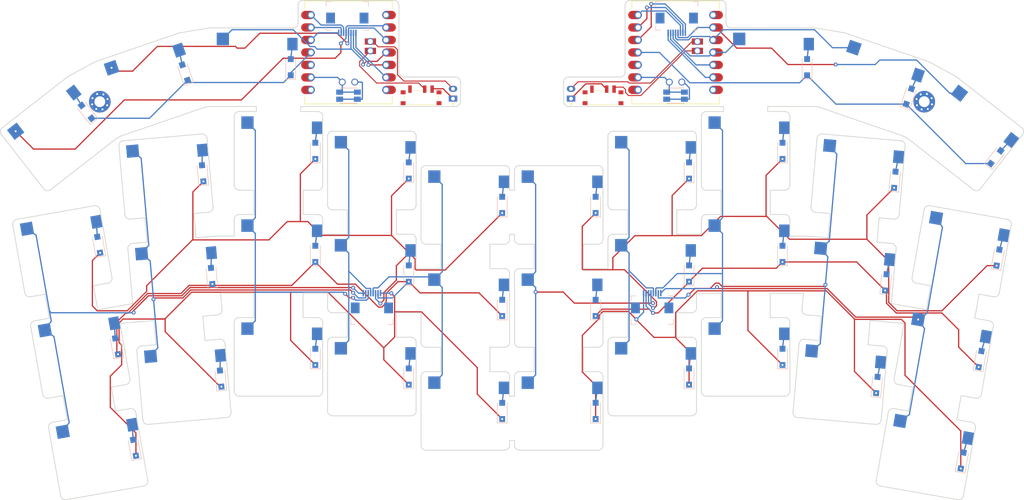
<source format=kicad_pcb>
(kicad_pcb (version 20221018) (generator pcbnew)
  (title_block (title "matrix_pcb") (rev "rev1.0") (company "Nikservik"))
  (layers (0 "F.Cu" signal) (31 "B.Cu" signal) (34 "B.Paste" user) (35 "F.Paste" user) (36 "B.SilkS" user "B.Silkscreen") (37 "F.SilkS" user "F.Silkscreen") (38 "B.Mask" user) (39 "F.Mask" user) (44 "Edge.Cuts" user))
  (net 0 "")
  (net 1 "C1")
  (net 2 "RL2")
  (net 3 "S1_s2d")
  (net 4 "RL1")
  (net 5 "S2_s2d")
  (net 6 "RL3")
  (net 7 "S3_s2d")
  (net 8 "C2")
  (net 9 "S4_s2d")
  (net 10 "S5_s2d")
  (net 11 "S6_s2d")
  (net 12 "C3")
  (net 13 "S7_s2d")
  (net 14 "S8_s2d")
  (net 15 "S9_s2d")
  (net 16 "C4")
  (net 17 "S10_s2d")
  (net 18 "S11_s2d")
  (net 19 "S12_s2d")
  (net 20 "C5")
  (net 21 "S13_s2d")
  (net 22 "S14_s2d")
  (net 23 "S15_s2d")
  (net 24 "C10")
  (net 25 "RR2")
  (net 26 "S16_s2d")
  (net 27 "RR1")
  (net 28 "S17_s2d")
  (net 29 "RR3")
  (net 30 "S18_s2d")
  (net 31 "C9")
  (net 32 "S19_s2d")
  (net 33 "S20_s2d")
  (net 34 "S21_s2d")
  (net 35 "C8")
  (net 36 "S22_s2d")
  (net 37 "S23_s2d")
  (net 38 "S24_s2d")
  (net 39 "C7")
  (net 40 "S25_s2d")
  (net 41 "S26_s2d")
  (net 42 "S27_s2d")
  (net 43 "C6")
  (net 44 "S28_s2d")
  (net 45 "S29_s2d")
  (net 46 "S30_s2d")
  (net 47 "CT3")
  (net 48 "RLT4")
  (net 49 "S31_s2d")
  (net 50 "CT4")
  (net 51 "S32_s2d")
  (net 52 "CT5")
  (net 53 "S33_s2d")
  (net 54 "CT8")
  (net 55 "RRT4")
  (net 56 "S34_s2d")
  (net 57 "CT7")
  (net 58 "S35_s2d")
  (net 59 "CT6")
  (net 60 "S36_s2d")
  (net 61 "P0")
  (net 62 "CT1")
  (net 63 "CT2")
  (net 64 "P6")
  (net 65 "RLT1")
  (net 66 "RLT2")
  (net 67 "RLT3")
  (net 68 "RAW3V3")
  (net 69 "GND")
  (net 70 "RAW5V")
  (net 71 "BATP")
  (net 72 "BATN")
  (net 73 "RST")
  (net 74 "BAT_P")
  (net 75 "RP0")
  (net 76 "CT10")
  (net 77 "CT9")
  (net 78 "RP6")
  (net 79 "RRT1")
  (net 80 "RRT2")
  (net 81 "RRT3")
  (net 82 "RRAW3V3")
  (net 83 "RGND")
  (net 84 "RRAW5V")
  (net 85 "RBATP")
  (net 86 "RBATN")
  (net 87 "RRST")
  (net 88 "RBAT_P")
  (footprint "GateronLowProfileSwitch" (layer "F.Cu") (at 140.291967 79.88441)
    (fp_text reference "S7" hide)
    (fp_text value "" hide)
  )
  (footprint "Bridge holes 6 x 1mm" (layer "F.Cu") (at 140.291967 50.41441)
    (fp_text reference "_21" hide)
    (fp_text value "")
  )
  (footprint "GateronLowProfileSwitch" (layer "F.Cu") (at 261.401967 45.40441 -18.952)
    (fp_text reference "S32" hide)
    (fp_text value "" hide)
  )
  (footprint "Bridge holes 6 x 1mm" (layer "F.Cu") (at 235.291967 50.41441)
    (fp_text reference "_22" hide)
    (fp_text value "")
  )
  (footprint "GateronLowProfileSwitch" (layer "F.Cu") (at 197.291967 111.85441)
    (fp_text reference "S30" hide)
    (fp_text value "" hide)
  )
  (footprint "GateronLowProfileSwitch" (layer "F.Cu") (at 159.291967 62.91441)
    (fp_text reference "S11" hide)
    (fp_text value "" hide)
  )
  (footprint "GateronLowProfileSwitch" (layer "F.Cu") (at 95.359531 55.589614 37.904)
    (fp_text reference "S36" hide)
    (fp_text value "" hide)
  )
  (footprint "GateronLowProfileSwitch" (layer "F.Cu") (at 135.291967 41.88441)
    (fp_text reference "S34" hide)
    (fp_text value "" hide)
  )
  (footprint "GateronLowProfileSwitch" (layer "F.Cu") (at 279.225337 79.348581 -10)
    (fp_text reference "S17" hide)
    (fp_text value "" hide)
  )
  (footprint "GateronLowProfileSwitch" (layer "F.Cu") (at 119.249795 85.034956 5)
    (fp_text reference "S4" hide)
    (fp_text value "" hide)
  )
  (footprint "BatteryPad" (layer "F.Cu") (at 175.791967 47.28441 90)
    (fp_text reference "BAT2" hide)
    (fp_text value "" hide)
  )
  (footprint "GateronLowProfileSwitch" (layer "F.Cu") (at 216.291967 104.85441)
    (fp_text reference "S27" hide)
    (fp_text value "" hide)
  )
  (footprint "GateronLowProfileSwitch" (layer "F.Cu") (at 235.291967 100.85441)
    (fp_text reference "S24" hide)
    (fp_text value "" hide)
  )
  (footprint "GateronLowProfileSwitch" (layer "F.Cu") (at 178.291967 69.91441)
    (fp_text reference "S14" hide)
    (fp_text value "" hide)
  )
  (footprint "power_switch" (layer "F.Cu") (at 206.291967 48.08441 -90)
    (fp_text reference "SW1" hide)
    (fp_text value "")
  )
  (footprint "MountingHole_2.2mm_M2_Pad_Via" (layer "F.Cu") (at 271.61651 48.91199 -18.952)
    (fp_text reference "_14" hide)
    (fp_text value "")
  )
  (footprint "Bridge holes 6 x 1mm" (layer "F.Cu") (at 187.791967 71.41441 90)
    (fp_text reference "_19" hide)
    (fp_text value "")
  )
  (footprint "GateronLowProfileSwitch" (layer "F.Cu") (at 271.942532 120.651419 -10)
    (fp_text reference "S18" hide)
    (fp_text value "" hide)
  )
  (footprint "GateronLowProfileSwitch" (layer "F.Cu") (at 216.291967 83.88441)
    (fp_text reference "S25" hide)
    (fp_text value "" hide)
  )
  (footprint "GateronLowProfileSwitch" (layer "F.Cu") (at 275.583934 100 -10)
    (fp_text reference "S16" hide)
    (fp_text value "" hide)
  )
  (footprint "GateronLowProfileSwitch" (layer "F.Cu") (at 159.291967 83.88441)
    (fp_text reference "S10" hide)
    (fp_text value "" hide)
  )
  (footprint "GateronLowProfileSwitch" (layer "F.Cu") (at 197.291967 69.91441)
    (fp_text reference "S29" hide)
    (fp_text value "" hide)
  )
  (footprint "GateronLowProfileSwitch" (layer "F.Cu") (at 235.291967 58.91441)
    (fp_text reference "S23" hide)
    (fp_text value "" hide)
  )
  (footprint "sw_reset_side" (layer "F.Cu") (at 154.541967 47.68441 -90)
    (fp_text reference "SW4" hide)
    (fp_text value "")
  )
  (footprint "GateronLowProfileSwitch" (layer "F.Cu") (at 103.641402 120.651419 10)
    (fp_text reference "S3" hide)
    (fp_text value "" hide)
  )
  (footprint "GateronLowProfileSwitch" (layer "F.Cu") (at 140.291967 100.85441)
    (fp_text reference "S9" hide)
    (fp_text value "" hide)
  )
  (footprint "GateronLowProfileSwitch" (layer "F.Cu") (at 178.291967 90.88441)
    (fp_text reference "S13" hide)
    (fp_text value "" hide)
  )
  (footprint "GateronLowProfileSwitch" (layer "F.Cu") (at 254.506483 105.925158 -5)
    (fp_text reference "S21" hide)
    (fp_text value "" hide)
  )
  (footprint "Seeeduino XIAO nRF52840" (layer "F.Cu") (at 221.041967 38.88441 180)
    (fp_text reference "")
    (fp_text value "")
  )
  (footprint "GateronLowProfileSwitch" (layer "F.Cu") (at 256.33414 85.034956 -5)
    (fp_text reference "S19" hide)
    (fp_text value "" hide)
  )
  (footprint "GateronLowProfileSwitch" (layer "F.Cu") (at 100 100 10)
    (fp_text reference "S1" hide)
    (fp_text value "" hide)
  )
  (footprint "Bridge holes 6 x 1mm" (layer "F.Cu") (at 187.791967 113.35441 90)
    (fp_text reference "_20" hide)
    (fp_text value "")
  )
  (footprint "GateronLowProfileSwitch" (layer "F.Cu") (at 178.291967 111.85441)
    (fp_text reference "S15" hide)
    (fp_text value "" hide)
  )
  (footprint "power_switch" (layer "F.Cu") (at 169.291967 48.08441 -90)
    (fp_text reference "SW3" hide)
    (fp_text value "")
  )
  (footprint "GateronLowProfileSwitch" (layer "F.Cu") (at 197.291967 90.88441)
    (fp_text reference "S28" hide)
    (fp_text value "" hide)
  )
  (footprint "Seeeduino XIAO nRF52840" (layer "F.Cu") (at 154.541967 38.88441 180)
    (fp_text reference "")
    (fp_text value "")
  )
  (footprint "sw_reset_side" (layer "F.Cu") (at 221.041967 47.68441 -90)
    (fp_text reference "SW2" hide)
    (fp_text value "")
  )
  (footprint "GateronLowProfileSwitch" (layer "F.Cu") (at 240.291967 41.88441)
    (fp_text reference "S31" hide)
    (fp_text value "" hide)
  )
  (footprint "GateronLowProfileSwitch" (layer "F.Cu") (at 140.291967 58.91441)
    (fp_text reference "S8" hide)
    (fp_text value "" hide)
  )
  (footprint "GateronLowProfileSwitch" (layer "F.Cu") (at 117.422139 64.144753 5)
    (fp_text reference "S5" hide)
    (fp_text value "" hide)
  )
  (footprint "GateronLowProfileSwitch" (layer "F.Cu") (at 96.358598 79.348581 10)
    (fp_text reference "S2" hide)
    (fp_text value "" hide)
  )
  (footprint "GateronLowProfileSwitch" (layer "F.Cu") (at 159.291967 104.85441)
    (fp_text reference "S12" hide)
    (fp_text value "" hide)
  )
  (footprint "MountingHole_2.2mm_M2_Pad_Via" (layer "F.Cu") (at 103.967424 48.91199 18.952)
    (fp_text reference "_18" hide)
    (fp_text value "")
  )
  (footprint "GateronLowProfileSwitch" (layer "F.Cu") (at 114.181967 45.40441 18.952)
    (fp_text reference "S35" hide)
    (fp_text value "" hide)
  )
  (footprint "BatteryPad" (layer "F.Cu") (at 199.791967 47.28441 90)
    (fp_text reference "BAT1" hide)
    (fp_text value "" hide)
  )
  (footprint "GateronLowProfileSwitch" (layer "F.Cu") (at 258.161795 64.144753 -5)
    (fp_text reference "S20" hide)
    (fp_text value "" hide)
  )
  (footprint "GateronLowProfileSwitch" (layer "F.Cu") (at 121.077451 105.925158 5)
    (fp_text reference "S6" hide)
    (fp_text value "" hide)
  )
  (footprint "GateronLowProfileSwitch" (layer "F.Cu") (at 235.291967 79.88441)
    (fp_text reference "S22" hide)
    (fp_text value "" hide)
  )
  (footprint "GateronLowProfileSwitch" (layer "F.Cu") (at 216.291967 62.91441)
    (fp_text reference "S26" hide)
    (fp_text value "" hide)
  )
  (footprint "GateronLowProfileSwitch" (layer "F.Cu") (at 280.224404 55.589614 -37.904)
    (fp_text reference "S33" hide)
    (fp_text value "" hide)
  )
  (footprint "SmdDiode" (layer "B.Cu") (at 100 100 10)
    (fp_text reference "")
    (fp_text value "")
  )
  (footprint "SmdDiode" (layer "B.Cu") (at 119.249795 85.034956 5)
    (fp_text reference "")
    (fp_text value "")
  )
  (footprint "SmdDiode" (layer "B.Cu") (at 140.291967 100.85441)
    (fp_text reference "")
    (fp_text value "")
  )
  (footprint "SmdDiode" (layer "B.Cu") (at 140.291967 79.88441)
    (fp_text reference "")
    (fp_text value "")
  )
  (footprint "HKWClamshellSocket" (layer "B.Cu") (at 154.291967 31.88441)
    (fp_text reference "_17" hide)
    (fp_text value "" hide)
  )
  (footprint "SmdDiode" (layer "B.Cu") (at 95.359531 55.589614 37.904)
    (fp_text reference "")
    (fp_text value "")
  )
  (footprint "SmdDiode" (layer "B.Cu") (at 96.358598 79.348581 10)
    (fp_text reference "")
    (fp_text value "")
  )
  (footprint "SmdDiode" (layer "B.Cu") (at 279.225337 79.348581 -10)
    (fp_text reference "")
    (fp_text value "")
  )
  (footprint "SmdDiode" (layer "B.Cu") (at 135.291967 41.88441)
    (fp_text reference "")
    (fp_text value "")
  )
  (footprint "SmdDiode" (layer "B.Cu") (at 103.641402 120.651419 10)
    (fp_text reference "")
    (fp_text value "")
  )
  (footprint "SmdDiode" (layer "B.Cu") (at 216.291967 83.88441)
    (fp_text reference "")
    (fp_text value "")
  )
  (footprint "SmdDiode" (layer "B.Cu") (at 258.161795 64.144753 -5)
    (fp_text reference "")
    (fp_text value "")
  )
  (footprint "SmdDiode" (layer "B.Cu") (at 121.077451 105.925158 5)
    (fp_text reference "")
    (fp_text value "")
  )
  (footprint "SmdDiode" (layer "B.Cu") (at 197.291967 90.88441)
    (fp_text reference "")
    (fp_text value "")
  )
  (footprint "SmdDiode" (layer "B.Cu") (at 271.942532 120.651419 -10)
    (fp_text reference "")
    (fp_text value "")
  )
  (footprint "SmdDiode" (layer "B.Cu") (at 240.291967 41.88441)
    (fp_text reference "")
    (fp_text value "")
  )
  (footprint "SmdDiode" (layer "B.Cu") (at 178.291967 111.85441)
    (fp_text reference "")
    (fp_text value "")
  )
  (footprint "SmdDiode" (layer "B.Cu") (at 117.422139 64.144753 5)
    (fp_text reference "")
    (fp_text value "")
  )
  (footprint "SmdDiode" (layer "B.Cu") (at 235.291967 79.88441)
    (fp_text reference "")
    (fp_text value "")
  )
  (footprint "SmdDiode" (layer "B.Cu") (at 261.401967 45.40441 -18.952)
    (fp_text reference "")
    (fp_text value "")
  )
  (footprint "SmdDiode" (layer "B.Cu") (at 197.291967 69.91441)
    (fp_text reference "")
    (fp_text value "")
  )
  (footprint "SmdDiode" (layer "B.Cu") (at 254.506483 105.925158 -5)
    (fp_text reference "")
    (fp_text value "")
  )
  (footprint "SmdDiode" (layer "B.Cu") (at 140.291967 58.91441)
    (fp_text reference "")
    (fp_text value "")
  )
  (footprint "SmdDiode" (layer "B.Cu") (at 275.583934 100 -10)
    (fp_text reference "")
    (fp_text value "")
  )
  (footprint "HKWClamshellSocket" (layer "B.Cu") (at 216.291967 90.88441 180)
    (fp_text reference "_15" hide)
    (fp_text value "" hide)
  )
  (footprint "SmdDiode" (layer "B.Cu") (at 114.181967 45.40441 18.952)
    (fp_text reference "")
    (fp_text value "")
  )
  (footprint "SmdDiode" (layer "B.Cu") (at 256.33414 85.034956 -5)
    (fp_text reference "")
    (fp_text value "")
  )
  (footprint "HKWClamshellSocket" (layer "B.Cu") (at 221.291967 31.88441)
    (fp_text reference "_13" hide)
    (fp_text value "" hide)
  )
  (footprint "SmdDiode" (layer "B.Cu") (at 235.291967 58.91441)
    (fp_text reference "")
    (fp_text value "")
  )
  (footprint "SmdDiode" (layer "B.Cu") (at 159.291967 83.88441)
    (fp_text reference "")
    (fp_text value "")
  )
  (footprint "SmdDiode" (layer "B.Cu") (at 235.291967 100.85441)
    (fp_text reference "")
    (fp_text value "")
  )
  (footprint "SmdDiode" (layer "B.Cu") (at 159.291967 62.91441)
    (fp_text reference "")
    (fp_text value "")
  )
  (footprint "SmdDiode" (layer "B.Cu") (at 159.291967 104.85441)
    (fp_text reference "")
    (fp_text value "")
  )
  (footprint "SmdDiode" (layer "B.Cu") (at 178.291967 90.88441)
    (fp_text reference "")
    (fp_text value "")
  )
  (footprint "SmdDiode" (layer "B.Cu") (at 216.291967 104.85441)
    (fp_text reference "")
    (fp_text value "")
  )
  (footprint "SmdDiode" (layer "B.Cu") (at 216.291967 62.91441)
    (fp_text reference "")
    (fp_text value "")
  )
  (footprint "SmdDiode" (layer "B.Cu") (at 197.291967 111.85441)
    (fp_text reference "")
    (fp_text value "")
  )
  (footprint "HKWClamshellSocket" (layer "B.Cu") (at 159.291967 90.88441 180)
    (fp_text reference "_11" hide)
    (fp_text value "" hide)
  )
  (footprint "SmdDiode" (layer "B.Cu") (at 178.291967 69.91441)
    (fp_text reference "")
    (fp_text value "")
  )
  (footprint "SmdDiode" (layer "B.Cu") (at 280.224404 55.589614 -37.904)
    (fp_text reference "")
    (fp_text value "")
  )
  (gr_line (start 164.791967 42.88441) (end 164.791967 29.28441) (stroke (width 0.15)) (layer "Edge.Cuts"))
  (gr_arc (start 110.149827 72.811557) (mid 109.419884 72.581406) (end 109.066477 71.902517) (stroke (width 0.15)) (layer "Edge.Cuts"))
  (gr_line (start 208.291967 70.91441) (end 211.291967 70.91441) (stroke (width 0.15)) (layer "Edge.Cuts"))
  (gr_line (start 144.791967 50.91441) (end 144.791967 49.88441) (stroke (width 0.15)) (layer "Edge.Cuts"))
  (gr_line (start 97.152126 129.919066) (end 112.90905 127.140695) (stroke (width 0.15)) (layer "Edge.Cuts"))
  (gr_arc (start 107.308867 56.424857) (mid 107.377573 56.375875) (end 107.450164 56.332859) (stroke (width 0.15)) (layer "Edge.Cuts"))
  (gr_line (start 232.291967 33.88441) (end 249.209362 33.88441) (stroke (width 0.15)) (layer "Edge.Cuts"))
  (gr_arc (start 225.291967 90.88441) (mid 224.999074 91.591517) (end 224.291967 91.88441) (stroke (width 0.15)) (layer "Edge.Cuts"))
  (gr_arc (start 167.291967 54.91441) (mid 167.999074 55.207303) (end 168.291967 55.91441) (stroke (width 0.15)) (layer "Edge.Cuts"))
  (gr_arc (start 291.451455 54.192006) (mid 291.829456 54.857515) (end 291.626157 55.595388) (stroke (width 0.15)) (layer "Edge.Cuts"))
  (gr_line (start 110.078807 105.330821) (end 108.088287 94.04202) (stroke (width 0.15)) (layer "Edge.Cuts"))
  (gr_line (start 83.957778 55.595388) (end 92.558542 66.641965) (stroke (width 0.15)) (layer "Edge.Cuts"))
  (gr_arc (start 205.291967 103.85441) (mid 205.999074 104.147303) (end 206.291967 104.85441) (stroke (width 0.15)) (layer "Edge.Cuts"))
  (gr_line (start 128.533468 87.88441) (end 135.291967 87.88441) (stroke (width 0.15)) (layer "Edge.Cuts"))
  (gr_line (start 202.291967 77.91441) (end 205.291967 77.91441) (stroke (width 0.15)) (layer "Edge.Cuts"))
  (gr_arc (start 230.291967 28.28441) (mid 230.999074 28.577303) (end 231.291967 29.28441) (stroke (width 0.15)) (layer "Edge.Cuts"))
  (gr_arc (start 110.130679 111.383771) (mid 110.877904 111.549427) (end 111.289135 112.194931) (stroke (width 0.15)) (layer "Edge.Cuts"))
  (gr_line (start 267.387385 55.932114) (end 268.208311 56.372881) (stroke (width 0.15)) (layer "Edge.Cuts"))
  (gr_arc (start 128.349762 97.258355) (mid 129.079706 97.488505) (end 129.433113 98.167394) (stroke (width 0.15)) (layer "Edge.Cuts"))
  (gr_arc (start 207.291967 97.85441) (mid 207.58486 97.147303) (end 208.291967 96.85441) (stroke (width 0.15)) (layer "Edge.Cuts"))
  (gr_line (start 106.437405 84.679402) (end 104.00633 70.892094) (stroke (width 0.15)) (layer "Edge.Cuts"))
  (gr_arc (start 148.291967 71.88441) (mid 148.999074 72.177303) (end 149.291967 72.88441) (stroke (width 0.15)) (layer "Edge.Cuts"))
  (gr_line (start 123.100358 71.678532) (end 126.088943 71.417064) (stroke (width 0.15)) (layer "Edge.Cuts"))
  (gr_line (start 267.495648 94.04202) (end 265.505127 105.330821) (stroke (width 0.15)) (layer "Edge.Cuts"))
  (gr_arc (start 186.291967 61.91441) (mid 186.999074 62.207303) (end 187.291967 62.91441) (stroke (width 0.15)) (layer "Edge.Cuts"))
  (gr_line (start 124.694451 55.477949) (end 108.755336 56.872441) (stroke (width 0.15)) (layer "Edge.Cuts"))
  (gr_line (start 187.291967 97.88441) (end 187.291967 83.88441) (stroke (width 0.15)) (layer "Edge.Cuts"))
  (gr_line (start 89.921193 94.669179) (end 92.352268 108.456488) (stroke (width 0.15)) (layer "Edge.Cuts"))
  (gr_line (start 135.791967 49.88441) (end 135.791967 50.91441) (stroke (width 0.15)) (layer "Edge.Cuts"))
  (gr_line (start 110.649693 89.998759) (end 106.489277 90.732353) (stroke (width 0.15)) (layer "Edge.Cuts"))
  (gr_line (start 249.061828 76.368152) (end 248.065633 76.280996) (stroke (width 0.15)) (layer "Edge.Cuts"))
  (gr_line (start 187.291967 66.91441) (end 187.291967 62.91441) (stroke (width 0.15)) (layer "Edge.Cuts"))
  (gr_arc (start 168.291967 69.91441) (mid 167.999074 70.621517) (end 167.291967 70.91441) (stroke (width 0.15)) (layer "Edge.Cuts"))
  (gr_line (start 192.291967 103.85441) (end 189.291967 103.85441) (stroke (width 0.15)) (layer "Edge.Cuts"))
  (gr_arc (start 131.291967 72.88441) (mid 131.58486 72.177303) (end 132.291967 71.88441) (stroke (width 0.15)) (layer "Edge.Cuts"))
  (gr_line (start 205.291967 61.91441) (end 189.291967 61.91441) (stroke (width 0.15)) (layer "Edge.Cuts"))
  (gr_line (start 86.279791 74.017761) (end 88.710865 87.805069) (stroke (width 0.15)) (layer "Edge.Cuts"))
  (gr_line (start 265.000943 77.762644) (end 262.012359 77.501177) (stroke (width 0.15)) (layer "Edge.Cuts"))
  (gr_line (start 164.291967 70.91441) (end 167.291967 70.91441) (stroke (width 0.15)) (layer "Edge.Cuts"))
  (gr_line (start 126.997982 70.333714) (end 125.777801 56.386988) (stroke (width 0.15)) (layer "Edge.Cuts"))
  (gr_arc (start 144.291967 29.28441) (mid 144.58486 28.577303) (end 145.291967 28.28441) (stroke (width 0.15)) (layer "Edge.Cuts"))
  (gr_line (start 240.291967 87.88441) (end 247.050466 87.88441) (stroke (width 0.15)) (layer "Edge.Cuts"))
  (gr_line (start 188.291967 62.91441) (end 188.291967 66.91441) (stroke (width 0.15)) (layer "Edge.Cuts"))
  (gr_line (start 269.957689 85.837858) (end 272.912112 86.358803) (stroke (width 0.15)) (layer "Edge.Cuts"))
  (gr_line (start 245.83968 113.19747) (end 261.778795 114.591962) (stroke (width 0.15)) (layer "Edge.Cuts"))
  (gr_line (start 248.064967 76.288606) (end 248.064967 76.28041) (stroke (width 0.15)) (layer "Edge.Cuts"))
  (gr_arc (start 111.501608 99.736198) (mid 111.731758 99.006254) (end 112.410647 98.652847) (stroke (width 0.15)) (layer "Edge.Cuts"))
  (gr_arc (start 102.847875 70.080935) (mid 103.595099 70.246591) (end 104.00633 70.892094) (stroke (width 0.15)) (layer "Edge.Cuts"))
  (gr_line (start 108.268056 55.893721) (end 107.450164 56.332859) (stroke (width 0.15)) (layer "Edge.Cuts"))
  (gr_arc (start 150.291967 55.91441) (mid 150.58486 55.207303) (end 151.291967 54.91441) (stroke (width 0.15)) (layer "Edge.Cuts"))
  (gr_arc (start 226.291967 51.91441) (mid 226.58486 51.207303) (end 227.291967 50.91441) (stroke (width 0.15)) (layer "Edge.Cuts"))
  (gr_line (start 226.291967 51.91441) (end 226.291967 65.91441) (stroke (width 0.15)) (layer "Edge.Cuts"))
  (gr_line (start 154.291967 91.88441) (end 154.291967 96.85441) (stroke (width 0.15)) (layer "Edge.Cuts"))
  (gr_line (start 221.291967 75.88441) (end 221.291967 70.91441) (stroke (width 0.15)) (layer "Edge.Cuts"))
  (gr_arc (start 262.674885 127.140695) (mid 262.029381 126.729464) (end 261.863725 125.982239) (stroke (width 0.15)) (layer "Edge.Cuts"))
  (gr_arc (start 263.173286 98.652847) (mid 263.852175 99.006254) (end 264.082326 99.736197) (stroke (width 0.15)) (layer "Edge.Cuts"))
  (gr_line (start 177.291967 48.88441) (end 177.291967 44.88441) (stroke (width 0.15)) (layer "Edge.Cuts"))
  (gr_line (start 173.291967 77.91441) (end 173.291967 82.88441) (stroke (width 0.15)) (layer "Edge.Cuts"))
  (gr_line (start 243.291967 92.85441) (end 240.291967 92.85441) (stroke (width 0.15)) (layer "Edge.Cuts"))
  (gr_line (start 262.445523 72.550089) (end 265.434107 72.811556) (stroke (width 0.15)) (layer "Edge.Cuts"))
  (gr_arc (start 83.957778 55.595388) (mid 83.754479 54.857516) (end 84.132479 54.192007) (stroke (width 0.15)) (layer "Edge.Cuts"))
  (gr_line (start 106.489277 90.732353) (end 103.534853 91.253297) (stroke (width 0.15)) (layer "Edge.Cuts"))
  (gr_line (start 188.291967 117.85441) (end 188.291967 118.85441) (stroke (width 0.15)) (layer "Edge.Cuts"))
  (gr_line (start 250.65592 92.568734) (end 250.222756 97.519822) (stroke (width 0.15)) (layer "Edge.Cuts"))
  (gr_line (start 148.291967 92.85441) (end 145.291967 92.85441) (stroke (width 0.15)) (layer "Edge.Cuts"))
  (gr_line (start 168.291967 111.85441) (end 168.291967 97.85441) (stroke (width 0.15)) (layer "Edge.Cuts"))
  (gr_line (start 151.291967 70.91441) (end 154.291967 70.91441) (stroke (width 0.15)) (layer "Edge.Cuts"))
  (gr_line (start 230.291967 92.85441) (end 227.291967 92.85441) (stroke (width 0.15)) (layer "Edge.Cuts"))
  (gr_line (start 230.291967 66.91441) (end 230.291967 71.88441) (stroke (width 0.15)) (layer "Edge.Cuts"))
  (gr_line (start 279.118788 108.746703) (end 282.073211 109.267647) (stroke (width 0.15)) (layer "Edge.Cuts"))
  (gr_line (start 244.291967 65.91441) (end 244.291967 51.91441) (stroke (width 0.15)) (layer "Edge.Cuts"))
  (gr_line (start 187.291967 117.85441) (end 188.291967 117.85441) (stroke (width 0.15)) (layer "Edge.Cuts"))
  (gr_arc (start 243.291967 50.91441) (mid 243.999074 51.207303) (end 244.291967 51.91441) (stroke (width 0.15)) (layer "Edge.Cuts"))
  (gr_arc (start 286.873069 87.805069) (mid 286.461838 88.450573) (end 285.714613 88.616229) (stroke (width 0.15)) (layer "Edge.Cuts"))
  (gr_arc (start 188.291967 62.91441) (mid 188.58486 62.207303) (end 189.291967 61.91441) (stroke (width 0.15)) (layer "Edge.Cuts"))
  (gr_arc (start 226.291967 72.88441) (mid 226.58486 72.177303) (end 227.291967 71.88441) (stroke (width 0.15)) (layer "Edge.Cuts"))
  (gr_arc (start 186.291967 82.88441) (mid 186.999074 83.177303) (end 187.291967 83.88441) (stroke (width 0.15)) (layer "Edge.Cuts"))
  (gr_line (start 244.291967 107.85441) (end 244.291967 93.85441) (stroke (width 0.15)) (layer "Edge.Cuts"))
  (gr_line (start 211.291967 96.85441) (end 208.291967 96.85441) (stroke (width 0.15)) (layer "Edge.Cuts"))
  (gr_line (start 126.522106 76.368152) (end 123.533522 76.629619) (stroke (width 0.15)) (layer "Edge.Cuts"))
  (gr_arc (start 249.494992 71.417065) (mid 248.816103 71.063658) (end 248.585953 70.333714) (stroke (width 0.15)) (layer "Edge.Cuts"))
  (gr_line (start 151.291967 112.85441) (end 167.291967 112.85441) (stroke (width 0.15)) (layer "Edge.Cuts"))
  (gr_line (start 188.291967 66.91441) (end 187.291967 66.91441) (stroke (width 0.15)) (layer "Edge.Cuts"))
  (gr_arc (start 245.839681 113.19747) (mid 245.160792 112.844063) (end 244.930641 112.11412) (stroke (width 0.15)) (layer "Edge.Cuts"))
  (gr_line (start 262.012359 77.501177) (end 262.445523 72.550089) (stroke (width 0.15)) (layer "Edge.Cuts"))
  (gr_line (start 183.291967 98.88441) (end 186.291967 98.88441) (stroke (width 0.15)) (layer "Edge.Cuts"))
  (gr_arc (start 170.291967 77.91441) (mid 169.58486 77.621517) (end 169.291967 76.91441) (stroke (width 0.15)) (layer "Edge.Cuts"))
  (gr_line (start 97.480562 43.799311) (end 84.132479 54.192007) (stroke (width 0.15)) (layer "Edge.Cuts"))
  (gr_arc (start 167.291967 75.88441) (mid 167.999074 76.177303) (end 168.291967 76.88441) (stroke (width 0.15)) (layer "Edge.Cuts"))
  (gr_line (start 198.291967 44.88441) (end 198.291967 48.88441) (stroke (width 0.15)) (layer "Edge.Cuts"))
  (gr_arc (start 224.291967 54.91441) (mid 224.999074 55.207303) (end 225.291967 55.91441) (stroke (width 0.15)) (layer "Edge.Cuts"))
  (gr_line (start 206.291967 91.88441) (end 211.291967 91.88441) (stroke (width 0.15)) (layer "Edge.Cuts"))
  (gr_arc (start 93.961923 66.816666) (mid 93.224051 67.019965) (end 92.558542 66.641965) (stroke (width 0.15)) (layer "Edge.Cuts"))
  (gr_line (start 230.791967 50.91441) (end 227.291967 50.91441) (stroke (width 0.15)) (layer "Edge.Cuts"))
  (gr_arc (start 168.291967 111.85441) (mid 167.999074 112.561517) (end 167.291967 112.85441) (stroke (width 0.15)) (layer "Edge.Cuts"))
  (gr_arc (start 110.078807 105.33082) (mid 109.913152 106.078045) (end 109.267648 106.489277) (stroke (width 0.15)) (layer "Edge.Cuts"))
  (gr_line (start 206.291967 97.88441) (end 206.291967 91.88441) (stroke (width 0.15)) (layer "Edge.Cuts"))
  (gr_arc (start 224.291967 96.85441) (mid 224.999074 97.147303) (end 225.291967 97.85441) (stroke (width 0.15)) (layer "Edge.Cuts"))
  (gr_line (start 224.291967 96.85441) (end 221.291967 96.85441) (stroke (width 0.15)) (layer "Edge.Cuts"))
  (gr_line (start 93.961923 66.816666) (end 107.308867 56.424857) (stroke (width 0.15)) (layer "Edge.Cuts"))
  (gr_arc (start 279.590265 129.107906) (mid 279.179034 129.75341) (end 278.431809 129.919066) (stroke (width 0.15)) (layer "Edge.Cuts"))
  (gr_line (start 151.291967 91.88441) (end 154.291967 91.88441) (stroke (width 0.15)) (layer "Edge.Cuts"))
  (gr_line (start 225.291967 111.85441) (end 225.291967 97.85441) (stroke (width 0.15)) (layer "Edge.Cuts"))
  (gr_line (start 113.805139 114.591962) (end 129.744254 113.19747) (stroke (width 0.15)) (layer "Edge.Cuts"))
  (gr_line (start 187.291967 75.91441) (end 188.291967 75.91441) (stroke (width 0.15)) (layer "Edge.Cuts"))
  (gr_line (start 150.291967 97.85441) (end 150.291967 111.85441) (stroke (width 0.15)) (layer "Edge.Cuts"))
  (gr_line (start 97.328178 113.641197) (end 94.373755 114.162142) (stroke (width 0.15)) (layer "Edge.Cuts"))
  (gr_line (start 243.291967 50.91441) (end 239.791967 50.91441) (stroke (width 0.15)) (layer "Edge.Cuts"))
  (gr_line (start 148.291967 50.91441) (end 144.791967 50.91441) (stroke (width 0.15)) (layer "Edge.Cuts"))
  (gr_line (start 188.291967 104.85441) (end 188.291967 108.85441) (stroke (width 0.15)) (layer "Edge.Cuts"))
  (gr_line (start 231.291967 32.88441) (end 231.291967 29.28441) (stroke (width 0.15)) (layer "Edge.Cuts"))
  (gr_line (start 113.138411 72.550089) (end 113.571576 77.501177) (stroke (width 0.15)) (layer "Edge.Cuts"))
  (gr_line (start 247.667336 92.307267) (end 250.65592 92.568734) (stroke (width 0.15)) (layer "Edge.Cuts"))
  (gr_line (start 154.291967 70.91441) (end 154.291967 75.88441) (stroke (width 0.15)) (layer "Edge.Cuts"))
  (gr_line (start 192.291967 98.88441) (end 192.291967 103.85441) (stroke (width 0.15)) (layer "Edge.Cuts"))
  (gr_arc (start 151.291967 112.85441) (mid 150.58486 112.561517) (end 150.291967 111.85441) (stroke (width 0.15)) (layer "Edge.Cuts"))
  (gr_line (start 252.483576 71.678532) (end 252.050412 76.629619) (stroke (width 0.15)) (layer "Edge.Cuts"))
  (gr_line (start 211.291967 91.88441) (end 211.291967 96.85441) (stroke (width 0.15)) (layer "Edge.Cuts"))
  (gr_arc (start 128.825638 91.223917) (mid 128.595487 91.95386) (end 127.916598 92.307267) (stroke (width 0.15)) (layer "Edge.Cuts"))
  (gr_line (start 135.291967 87.88441) (end 135.291967 92.85441) (stroke (width 0.15)) (layer "Edge.Cuts"))
  (gr_line (start 225.291967 87.88441) (end 230.291967 87.88441) (stroke (width 0.15)) (layer "Edge.Cuts"))
  (gr_line (start 248.065633 76.280996) (end 248.064967 76.288606) (stroke (width 0.15)) (layer "Edge.Cuts"))
  (gr_arc (start 126.210482 33.897965) (mid 126.292248 33.887805) (end 126.374572 33.88441) (stroke (width 0.15)) (layer "Edge.Cuts"))
  (gr_line (start 250.222756 97.519822) (end 247.234172 97.258355) (stroke (width 0.15)) (layer "Edge.Cuts"))
  (gr_arc (start 163.791967 28.28441) (mid 164.499074 28.577303) (end 164.791967 29.28441) (stroke (width 0.15)) (layer "Edge.Cuts"))
  (gr_line (start 128.349763 97.258355) (end 125.361178 97.519822) (stroke (width 0.15)) (layer "Edge.Cuts"))
  (gr_line (start 286.873069 87.805069) (end 289.304144 74.017761) (stroke (width 0.15)) (layer "Edge.Cuts"))
  (gr_line (start 221.291967 96.85441) (end 221.291967 91.88441) (stroke (width 0.15)) (layer "Edge.Cuts"))
  (gr_arc (start 267.239118 55.867362) (mid 267.314563 55.896734) (end 267.387385 55.932114) (stroke (width 0.15)) (layer "Edge.Cuts"))
  (gr_arc (start 262.862146 113.682923) (mid 262.508739 114.361812) (end 261.778795 114.591962) (stroke (width 0.15)) (layer "Edge.Cuts"))
  (gr_arc (start 132.291967 66.91441) (mid 131.58486 66.621517) (end 131.291967 65.91441) (stroke (width 0.15)) (layer "Edge.Cuts"))
  (gr_line (start 167.291967 54.91441) (end 151.291967 54.91441) (stroke (width 0.15)) (layer "Edge.Cuts"))
  (gr_arc (start 177.291967 48.88441) (mid 176.999074 49.591517) (end 176.291967 49.88441) (stroke (width 0.15)) (layer "Edge.Cuts"))
  (gr_line (start 127.518967 76.288606) (end 127.518301 76.280996) (stroke (width 0.15)) (layer "Edge.Cuts"))
  (gr_line (start 252.050412 76.629619) (end 249.061828 76.368152) (stroke (width 0.15)) (layer "Edge.Cuts"))
  (gr_arc (start 97.480562 43.79931) (mid 97.548067 43.751111) (end 97.619334 43.708673) (stroke (width 0.15)) (layer "Edge.Cuts"))
  (gr_line (start 199.291967 49.88441) (end 230.791967 49.88441) (stroke (width 0.15)) (layer "Edge.Cuts"))
  (gr_line (start 226.291967 75.88441) (end 224.291967 75.88441) (stroke (width 0.15)) (layer "Edge.Cuts"))
  (gr_line (start 113.720209 125.982239) (end 111.289135 112.194931) (stroke (width 0.15)) (layer "Edge.Cuts"))
  (gr_line (start 131.291967 51.91441) (end 131.291967 65.91441) (stroke (width 0.15)) (layer "Edge.Cuts"))
  (gr_line (start 167.291967 96.85441) (end 164.291967 96.85441) (stroke (width 0.15)) (layer "Edge.Cuts"))
  (gr_line (start 266.828599 56.872441) (end 250.889484 55.477949) (stroke (width 0.15)) (layer "Edge.Cuts"))
  (gr_line (start 145.291967 87.88441) (end 150.291967 87.88441) (stroke (width 0.15)) (layer "Edge.Cuts"))
  (gr_arc (start 249.209363 33.88441) (mid 249.291687 33.887805) (end 249.373453 33.897965) (stroke (width 0.15)) (layer "Edge.Cuts"))
  (gr_line (start 210.791967 29.28441) (end 210.791967 42.88441) (stroke (width 0.15)) (layer "Edge.Cuts"))
  (gr_arc (start 107.846296 57.955791) (mid 108.076447 57.225848) (end 108.755336 56.872441) (stroke (width 0.15)) (layer "Edge.Cuts"))
  (gr_line (start 226.291967 93.85441) (end 226.291967 107.85441) (stroke (width 0.15)) (layer "Edge.Cuts"))
  (gr_line (start 127.518301 76.280996) (end 126.522107 76.368152) (stroke (width 0.15)) (layer "Edge.Cuts"))
  (gr_line (start 145.291967 92.85441) (end 145.291967 87.88441) (stroke (width 0.15)) (layer "Edge.Cuts"))
  (gr_line (start 269.27071 107.010221) (end 268.407679 111.904716) (stroke (width 0.15)) (layer "Edge.Cuts"))
  (gr_arc (start 210.791967 42.88441) (mid 210.499074 43.591517) (end 209.791967 43.88441) (stroke (width 0.15)) (layer "Edge.Cuts"))
  (gr_arc (start 206.291967 97.88441) (mid 205.999074 98.591517) (end 205.291967 98.88441) (stroke (width 0.15)) (layer "Edge.Cuts"))
  (gr_arc (start 149.291967 65.91441) (mid 148.999074 66.621517) (end 148.291967 66.91441) (stroke (width 0.15)) (layer "Edge.Cuts"))
  (gr_line (start 176.291967 43.88441) (end 165.791967 43.88441) (stroke (width 0.15)) (layer "Edge.Cuts"))
  (gr_arc (start 206.291967 118.85441) (mid 205.999074 119.561517) (end 205.291967 119.85441) (stroke (width 0.15)) (layer "Edge.Cuts"))
  (gr_arc (start 149.291967 107.85441) (mid 148.999074 108.561517) (end 148.291967 108.85441) (stroke (width 0.15)) (layer "Edge.Cuts"))
  (gr_line (start 192.291967 82.88441) (end 189.291967 82.88441) (stroke (width 0.15)) (layer "Edge.Cuts"))
  (gr_arc (start 227.291967 108.85441) (mid 226.58486 108.561517) (end 226.291967 107.85441) (stroke (width 0.15)) (layer "Edge.Cuts"))
  (gr_arc (start 150.291967 97.85441) (mid 150.58486 97.147303) (end 151.291967 96.85441) (stroke (width 0.15)) (layer "Edge.Cuts"))
  (gr_arc (start 244.291967 107.85441) (mid 243.999074 108.561517) (end 243.291967 108.85441) (stroke (width 0.15)) (layer "Edge.Cuts"))
  (gr_line (start 230.291967 87.88441) (end 230.291967 92.85441) (stroke (width 0.15)) (layer "Edge.Cuts"))
  (gr_line (start 183.291967 77.91441) (end 186.291967 77.91441) (stroke (width 0.15)) (layer "Edge.Cuts"))
  (gr_arc (start 93.562595 115.320598) (mid 93.728251 114.573373) (end 94.373755 114.162142) (stroke (width 0.15)) (layer "Edge.Cuts"))
  (gr_arc (start 247.667337 92.307267) (mid 246.988448 91.95386) (end 246.758297 91.223917) (stroke (width 0.15)) (layer "Edge.Cuts"))
  (gr_line (start 132.291967 66.91441) (end 135.291967 66.91441) (stroke (width 0.15)) (layer "Edge.Cuts"))
  (gr_line (start 131.291967 76.28041) (end 127.518967 76.28041) (stroke (width 0.15)) (layer "Edge.Cuts"))
  (gr_arc (start 102.998975 40.800349) (mid 103.073008 40.764184) (end 103.149768 40.734237) (stroke (width 0.15)) (layer "Edge.Cuts"))
  (gr_arc (start 120.017226 34.942107) (mid 120.096725 34.918445) (end 120.177912 34.901453) (stroke (width 0.15)) (layer "Edge.Cuts"))
  (gr_line (start 284.851582 93.510723) (end 281.897159 92.989779) (stroke (width 0.15)) (layer "Edge.Cuts"))
  (gr_line (start 125.361178 97.519822) (end 124.928014 92.568734) (stroke (width 0.15)) (layer "Edge.Cuts"))
  (gr_line (start 283.025393 66.641965) (end 291.626157 55.595388) (stroke (width 0.15)) (layer "Edge.Cuts"))
  (gr_arc (start 167.291967 96.85441) (mid 167.999074 97.147303) (end 168.291967 97.85441) (stroke (width 0.15)) (layer "Edge.Cuts"))
  (gr_arc (start 208.291967 112.85441) (mid 207.58486 112.561517) (end 207.291967 111.85441) (stroke (width 0.15)) (layer "Edge.Cuts"))
  (gr_line (start 108.088287 94.04202) (end 114.966067 93.440292) (stroke (width 0.15)) (layer "Edge.Cuts"))
  (gr_line (start 145.291967 66.91441) (end 148.291967 66.91441) (stroke (width 0.15)) (layer "Edge.Cuts"))
  (gr_line (start 279.590265 129.107906) (end 282.021339 115.320598) (stroke (width 0.15)) (layer "Edge.Cuts"))
  (gr_line (start 288.492984 72.859305) (end 272.73606 70.080934) (stroke (width 0.15)) (layer "Edge.Cuts"))
  (gr_line (start 264.2948 112.194931) (end 261.863725 125.982239) (stroke (width 0.15)) (layer "Edge.Cuts"))
  (gr_line (start 268.407679 111.904716) (end 265.453256 111.383771) (stroke (width 0.15)) (layer "Edge.Cuts"))
  (gr_line (start 202.291967 103.85441) (end 202.291967 98.88441) (stroke (width 0.15)) (layer "Edge.Cuts"))
  (gr_line (start 103.534853 91.253297) (end 102.671822 86.358803) (stroke (width 0.15)) (layer "Edge.Cuts"))
  (gr_arc (start 271.577604 70.892094) (mid 271.988835 70.24659) (end 272.73606 70.080934) (stroke (width 0.15)) (layer "Edge.Cuts"))
  (gr_arc (start 227.291967 66.91441) (mid 226.58486 66.621517) (end 226.291967 65.91441) (stroke (width 0.15)) (layer "Edge.Cuts"))
  (gr_line (start 96.465147 108.746703) (end 97.328178 113.641197) (stroke (width 0.15)) (layer "Edge.Cuts"))
  (gr_line (start 130.653293 112.11412) (end 129.433113 98.167394) (stroke (width 0.15)) (layer "Edge.Cuts"))
  (gr_line (start 264.934242 89.998759) (end 272.049081 91.253297) (stroke (width 0.15)) (layer "Edge.Cuts"))
  (gr_arc (start 284.851582 93.510723) (mid 285.497086 93.921954) (end 285.662742 94.669179) (stroke (width 0.15)) (layer "Edge.Cuts"))
  (gr_arc (start 225.291967 69.91441) (mid 224.999074 70.621517) (end 224.291967 70.91441) (stroke (width 0.15)) (layer "Edge.Cuts"))
  (gr_arc (start 125.212274 50.075232) (mid 125.293164 50.051219) (end 125.375791 50.034111) (stroke (width 0.15)) (layer "Edge.Cuts"))
  (gr_line (start 164.291967 91.88441) (end 169.291967 91.88441) (stroke (width 0.15)) (layer "Edge.Cuts"))
  (gr_arc (start 266.828599 56.872441) (mid 267.507488 57.225848) (end 267.737638 57.955792) (stroke (width 0.15)) (layer "Edge.Cuts"))
  (gr_arc (start 283.025392 66.641965) (mid 282.359883 67.019965) (end 281.622011 66.816666) (stroke (width 0.15)) (layer "Edge.Cuts"))
  (gr_line (start 150.291967 87.88441) (end 150.291967 90.88441) (stroke (width 0.15)) (layer "Edge.Cuts"))
  (gr_arc (start 113.72021 125.982239) (mid 113.554554 126.729464) (end 112.90905 127.140695) (stroke (width 0.15)) (layer "Edge.Cuts"))
  (gr_line (start 221.291967 91.88441) (end 224.291967 91.88441) (stroke (width 0.15)) (layer "Edge.Cuts"))
  (gr_line (start 207.291967 55.91441) (end 207.291967 69.91441) (stroke (width 0.15)) (layer "Edge.Cuts"))
  (gr_line (start 106.313224 107.010221) (end 109.267647 106.489277) (stroke (width 0.15)) (layer "Edge.Cuts"))
  (gr_arc (start 205.291967 61.91441) (mid 205.999074 62.207303) (end 206.291967 62.91441) (stroke (width 0.15)) (layer "Edge.Cuts"))
  (gr_line (start 240.291967 92.85441) (end 240.291967 87.88441) (stroke (width 0.15)) (layer "Edge.Cuts"))
  (gr_line (start 263.173287 98.652847) (end 260.184703 98.39138) (stroke (width 0.15)) (layer "Edge.Cuts"))
  (gr_arc (start 255.406022 34.901453) (mid 255.487209 34.918445) (end 255.566708 34.942107) (stroke (width 0.15)) (layer "Edge.Cuts"))
  (gr_line (start 202.291967 82.88441) (end 202.291967 77.91441) (stroke (width 0.15)) (layer "Edge.Cuts"))
  (gr_line (start 278.255756 113.641197) (end 279.118788 108.746703) (stroke (width 0.15)) (layer "Edge.Cuts"))
  (gr_line (start 113.571576 77.501177) (end 110.582991 77.762644) (stroke (width 0.15)) (layer "Edge.Cuts"))
  (gr_line (start 207.291967 97.85441) (end 207.291967 111.85441) (stroke (width 0.15)) (layer "Edge.Cuts"))
  (gr_arc (start 186.291967 103.85441) (mid 186.999074 104.147303) (end 187.291967 104.85441) (stroke (width 0.15)) (layer "Edge.Cuts"))
  (gr_line (start 262.862146 113.682923) (end 264.082326 99.736197) (stroke (width 0.15)) (layer "Edge.Cuts"))
  (gr_line (start 266.316287 106.489277) (end 269.27071 107.010221) (stroke (width 0.15)) (layer "Edge.Cuts"))
  (gr_line (start 271.577604 70.892094) (end 269.14653 84.679402) (stroke (width 0.15)) (layer "Edge.Cuts"))
  (gr_arc (start 249.210807 49.88441) (mid 249.291702 49.887687) (end 249.372066 49.897498) (stroke (width 0.15)) (layer "Edge.Cuts"))
  (gr_arc (start 176.291967 43.88441) (mid 176.999074 44.177303) (end 177.291967 44.88441) (stroke (width 0.15)) (layer "Edge.Cuts"))
  (gr_line (start 202.291967 98.88441) (end 205.291967 98.88441) (stroke (width 0.15)) (layer "Edge.Cuts"))
  (gr_line (start 107.846297 57.955792) (end 109.066477 71.902517) (stroke (width 0.15)) (layer "Edge.Cuts"))
  (gr_line (start 128.825637 91.223917) (end 128.533468 87.88441) (stroke (width 0.15)) (layer "Edge.Cuts"))
  (gr_line (start 272.434167 40.734237) (end 255.566708 34.942107) (stroke (width 0.15)) (layer "Edge.Cuts"))
  (gr_line (start 249.372066 49.897498) (end 250.291641 50.047755) (stroke (width 0.15)) (layer "Edge.Cuts"))
  (gr_line (start 187.291967 76.91441) (end 187.291967 75.91441) (stroke (width 0.15)) (layer "Edge.Cuts"))
  (gr_line (start 173.291967 103.85441) (end 170.291967 103.85441) (stroke (width 0.15)) (layer "Edge.Cuts"))
  (gr_line (start 266.517457 71.902517) (end 267.737638 57.955792) (stroke (width 0.15)) (layer "Edge.Cuts"))
  (gr_arc (start 86.27979 74.017761) (mid 86.445446 73.270536) (end 87.09095 72.859305) (stroke (width 0.15)) (layer "Edge.Cuts"))
  (gr_line (start 211.291967 70.91441) (end 211.291967 75.88441) (stroke (width 0.15)) (layer "Edge.Cuts"))
  (gr_arc (start 187.291967 118.85441) (mid 186.999074 119.561517) (end 186.291967 119.85441) (stroke (width 0.15)) (layer "Edge.Cuts"))
  (gr_line (start 250.291641 50.047755) (end 267.239118 55.867362) (stroke (width 0.15)) (layer "Edge.Cuts"))
  (gr_line (start 239.791967 49.88441) (end 249.210806 49.88441) (stroke (width 0.15)) (layer "Edge.Cuts"))
  (gr_line (start 135.291967 71.88441) (end 132.291967 71.88441) (stroke (width 0.15)) (layer "Edge.Cuts"))
  (gr_arc (start 266.316287 106.489277) (mid 265.670783 106.078046) (end 265.505127 105.330821) (stroke (width 0.15)) (layer "Edge.Cuts"))
  (gr_line (start 227.291967 108.85441) (end 243.291967 108.85441) (stroke (width 0.15)) (layer "Edge.Cuts"))
  (gr_line (start 120.017226 34.942107) (end 103.149768 40.734237) (stroke (width 0.15)) (layer "Edge.Cuts"))
  (gr_line (start 115.399231 98.39138) (end 112.410647 98.652847) (stroke (width 0.15)) (layer "Edge.Cuts"))
  (gr_line (start 164.291967 96.85441) (end 164.291967 91.88441) (stroke (width 0.15)) (layer "Edge.Cuts"))
  (gr_arc (start 113.80514 114.591962) (mid 113.075196 114.361812) (end 112.721789 113.682923) (stroke (width 0.15)) (layer "Edge.Cuts"))
  (gr_arc (start 225.291967 111.85441) (mid 224.999074 112.561517) (end 224.291967 112.85441) (stroke (width 0.15)) (layer "Edge.Cuts"))
  (gr_arc (start 170.291967 119.85441) (mid 169.58486 119.561517) (end 169.291967 118.85441) (stroke (width 0.15)) (layer "Edge.Cuts"))
  (gr_line (start 183.291967 82.88441) (end 183.291967 77.91441) (stroke (width 0.15)) (layer "Edge.Cuts"))
  (gr_line (start 163.791967 28.28441) (end 145.291967 28.28441) (stroke (width 0.15)) (layer "Edge.Cuts"))
  (gr_line (start 189.291967 119.85441) (end 205.291967 119.85441) (stroke (width 0.15)) (layer "Edge.Cuts"))
  (gr_line (start 154.291967 75.88441) (end 151.291967 75.88441) (stroke (width 0.15)) (layer "Edge.Cuts"))
  (gr_line (start 149.291967 75.88441) (end 149.291967 72.88441) (stroke (width 0.15)) (layer "Edge.Cuts"))
  (gr_arc (start 232.291967 33.88441) (mid 231.58486 33.591517) (end 231.291967 32.88441) (stroke (width 0.15)) (layer "Edge.Cuts"))
  (gr_line (start 168.291967 82.88441) (end 168.291967 76.88441) (stroke (width 0.15)) (layer "Edge.Cuts"))
  (gr_arc (start 243.291967 71.88441) (mid 243.999074 72.177303) (end 244.291967 72.88441) (stroke (width 0.15)) (layer "Edge.Cuts"))
  (gr_line (start 282.76019 88.095284) (end 285.714613 88.616229) (stroke (width 0.15)) (layer "Edge.Cuts"))
  (gr_line (start 240.291967 71.88441) (end 240.291967 66.91441) (stroke (width 0.15)) (layer "Edge.Cuts"))
  (gr_arc (start 131.291967 51.91441) (mid 131.58486 51.207303) (end 132.291967 50.91441) (stroke (width 0.15)) (layer "Edge.Cuts"))
  (gr_line (start 111.501608 99.736197) (end 112.721789 113.682923) (stroke (width 0.15)) (layer "Edge.Cuts"))
  (gr_arc (start 126.997981 70.333714) (mid 126.767831 71.063657) (end 126.088943 71.417064) (stroke (width 0.15)) (layer "Edge.Cuts"))
  (gr_line (start 132.291967 108.85441) (end 148.291967 108.85441) (stroke (width 0.15)) (layer "Edge.Cuts"))
  (gr_line (start 208.291967 112.85441) (end 224.291967 112.85441) (stroke (width 0.15)) (layer "Edge.Cuts"))
  (gr_line (start 186.291967 82.88441) (end 183.291967 82.88441) (stroke (width 0.15)) (layer "Edge.Cuts"))
  (gr_arc (start 210.791967 29.28441) (mid 211.08486 28.577303) (end 211.791967 28.28441) (stroke (width 0.15)) (layer "Edge.Cuts"))
  (gr_arc (start 151.291967 91.88441) (mid 150.58486 91.591517) (end 150.291967 90.88441) (stroke (width 0.15)) (layer "Edge.Cuts"))
  (gr_line (start 149.291967 65.91441) (end 149.291967 51.91441) (stroke (width 0.15)) (layer "Edge.Cuts"))
  (gr_arc (start 130.653294 112.11412) (mid 130.423143 112.844063) (end 129.744254 113.19747) (stroke (width 0.15)) (layer "Edge.Cuts"))
  (gr_line (start 221.291967 70.91441) (end 224.291967 70.91441) (stroke (width 0.15)) (layer "Edge.Cuts"))
  (gr_line (start 260.184703 98.39138) (end 260.617867 93.440292) (stroke (width 0.15)) (layer "Edge.Cuts"))
  (gr_line (start 135.291967 92.85441) (end 132.291967 92.85441) (stroke (width 0.15)) (layer "Edge.Cuts"))
  (gr_line (start 239.791967 50.91441) (end 239.791967 49.88441) (stroke (width 0.15)) (layer "Edge.Cuts"))
  (gr_line (start 230.291967 28.28441) (end 211.791967 28.28441) (stroke (width 0.15)) (layer "Edge.Cuts"))
  (gr_arc (start 188.291967 83.88441) (mid 188.58486 83.177303) (end 189.291967 82.88441) (stroke (width 0.15)) (layer "Edge.Cuts"))
  (gr_arc (start 288.492984 72.859305) (mid 289.138488 73.270536) (end 289.304144 74.017761) (stroke (width 0.15)) (layer "Edge.Cuts"))
  (gr_line (start 188.291967 75.91441) (end 188.291967 76.91441) (stroke (width 0.15)) (layer "Edge.Cuts"))
  (gr_line (start 120.177912 34.901453) (end 126.210482 33.897965) (stroke (width 0.15)) (layer "Edge.Cuts"))
  (gr_arc (start 208.291967 70.91441) (mid 207.58486 70.621517) (end 207.291967 69.91441) (stroke (width 0.15)) (layer "Edge.Cuts"))
  (gr_line (start 246.150821 98.167394) (end 244.930641 112.11412) (stroke (width 0.15)) (layer "Edge.Cuts"))
  (gr_arc (start 277.964601 43.708674) (mid 278.035868 43.751112) (end 278.103372 43.799311) (stroke (width 0.15)) (layer "Edge.Cuts"))
  (gr_line (start 240.291967 66.91441) (end 243.291967 66.91441) (stroke (width 0.15)) (layer "Edge.Cuts"))
  (gr_line (start 243.291967 71.88441) (end 240.291967 71.88441) (stroke (width 0.15)) (layer "Edge.Cuts"))
  (gr_line (start 189.291967 98.88441) (end 192.291967 98.88441) (stroke (width 0.15)) (layer "Edge.Cuts"))
  (gr_line (start 107.176256 111.904716) (end 106.313224 107.010221) (stroke (width 0.15)) (layer "Edge.Cuts"))
  (gr_line (start 183.291967 103.85441) (end 183.291967 98.88441) (stroke (width 0.15)) (layer "Edge.Cuts"))
  (gr_line (start 170.291967 98.88441) (end 173.291967 98.88441) (stroke (width 0.15)) (layer "Edge.Cuts"))
  (gr_line (start 167.291967 75.88441) (end 164.291967 75.88441) (stroke (width 0.15)) (layer "Edge.Cuts"))
  (gr_line (start 144.791967 49.88441) (end 176.291967 49.88441) (stroke (width 0.15)) (layer "Edge.Cuts"))
  (gr_line (start 110.149827 72.811556) (end 113.138411 72.550089) (stroke (width 0.15)) (layer "Edge.Cuts"))
  (gr_line (start 150.291967 55.91441) (end 150.291967 69.91441) (stroke (width 0.15)) (layer "Edge.Cuts"))
  (gr_line (start 131.291967 72.88441) (end 131.291967 76.28041) (stroke (width 0.15)) (layer "Edge.Cuts"))
  (gr_line (start 255.406022 34.901453) (end 249.373453 33.897965) (stroke (width 0.15)) (layer "Edge.Cuts"))
  (gr_line (start 205.291967 103.85441) (end 202.291967 103.85441) (stroke (width 0.15)) (layer "Edge.Cuts"))
  (gr_line (start 109.673952 78.845994) (end 110.649693 89.998759) (stroke (width 0.15)) (layer "Edge.Cuts"))
  (gr_line (start 247.050466 87.88441) (end 246.758297 91.223917) (stroke (width 0.15)) (layer "Edge.Cuts"))
  (gr_line (start 230.791967 49.88441) (end 230.791967 50.91441) (stroke (width 0.15)) (layer "Edge.Cuts"))
  (gr_line (start 186.291967 103.85441) (end 183.291967 103.85441) (stroke (width 0.15)) (layer "Edge.Cuts"))
  (gr_arc (start 246.150821 98.167394) (mid 246.504228 97.488505) (end 247.234172 97.258355) (stroke (width 0.15)) (layer "Edge.Cuts"))
  (gr_arc (start 188.291967 104.85441) (mid 188.58486 104.147303) (end 189.291967 103.85441) (stroke (width 0.15)) (layer "Edge.Cuts"))
  (gr_line (start 206.291967 118.85441) (end 206.291967 104.85441) (stroke (width 0.15)) (layer "Edge.Cuts"))
  (gr_line (start 169.291967 104.85441) (end 169.291967 118.85441) (stroke (width 0.15)) (layer "Edge.Cuts"))
  (gr_line (start 124.928014 92.568734) (end 127.916598 92.307267) (stroke (width 0.15)) (layer "Edge.Cuts"))
  (gr_line (start 277.964601 43.708673) (end 272.584959 40.80035) (stroke (width 0.15)) (layer "Edge.Cuts"))
  (gr_arc (start 199.291967 49.88441) (mid 198.58486 49.591517) (end 198.291967 48.88441) (stroke (width 0.15)) (layer "Edge.Cuts"))
  (gr_line (start 262.674885 127.140695) (end 278.431809 129.919066) (stroke (width 0.15)) (layer "Edge.Cuts"))
  (gr_line (start 227.291967 66.91441) (end 230.291967 66.91441) (stroke (width 0.15)) (layer "Edge.Cuts"))
  (gr_line (start 170.291967 119.85441) (end 186.291967 119.85441) (stroke (width 0.15)) (layer "Edge.Cuts"))
  (gr_arc (start 226.291967 93.85441) (mid 226.58486 93.147303) (end 227.291967 92.85441) (stroke (width 0.15)) (layer "Edge.Cuts"))
  (gr_line (start 249.806133 56.386988) (end 248.585953 70.333714) (stroke (width 0.15)) (layer "Edge.Cuts"))
  (gr_line (start 187.291967 108.85441) (end 187.291967 104.85441) (stroke (width 0.15)) (layer "Edge.Cuts"))
  (gr_arc (start 206.291967 76.91441) (mid 205.999074 77.621517) (end 205.291967 77.91441) (stroke (width 0.15)) (layer "Edge.Cuts"))
  (gr_line (start 127.518967 76.28041) (end 127.518967 76.288606) (stroke (width 0.15)) (layer "Edge.Cuts"))
  (gr_line (start 281.21018 114.162142) (end 278.255756 113.641197) (stroke (width 0.15)) (layer "Edge.Cuts"))
  (gr_arc (start 187.291967 97.88441) (mid 186.999074 98.591517) (end 186.291967 98.88441) (stroke (width 0.15)) (layer "Edge.Cuts"))
  (gr_line (start 168.291967 82.88441) (end 173.291967 82.88441) (stroke (width 0.15)) (layer "Edge.Cuts"))
  (gr_line (start 189.291967 77.91441) (end 192.291967 77.91441) (stroke (width 0.15)) (layer "Edge.Cuts"))
  (gr_line (start 102.847874 70.080934) (end 87.09095 72.859305) (stroke (width 0.15)) (layer "Edge.Cuts"))
  (gr_arc (start 189.291967 119.85441) (mid 188.58486 119.561517) (end 188.291967 118.85441) (stroke (width 0.15)) (layer "Edge.Cuts"))
  (gr_arc (start 131.291967 93.85441) (mid 131.58486 93.147303) (end 132.291967 92.85441) (stroke (width 0.15)) (layer "Edge.Cuts"))
  (gr_arc (start 265.000942 77.762644) (mid 265.679831 78.116051) (end 265.909982 78.845994) (stroke (width 0.15)) (layer "Edge.Cuts"))
  (gr_line (start 110.130679 111.383771) (end 107.176256 111.904716) (stroke (width 0.15)) (layer "Edge.Cuts"))
  (gr_line (start 260.617867 93.440292) (end 267.495648 94.04202) (stroke (width 0.15)) (layer "Edge.Cuts"))
  (gr_line (start 211.291967 75.88441) (end 208.291967 75.88441) (stroke (width 0.15)) (layer "Edge.Cuts"))
  (gr_line (start 93.562595 115.320598) (end 95.99367 129.107906) (stroke (width 0.15)) (layer "Edge.Cuts"))
  (gr_line (start 154.291967 96.85441) (end 151.291967 96.85441) (stroke (width 0.15)) (layer "Edge.Cuts"))
  (gr_line (start 209.791967 43.88441) (end 199.291967 43.88441) (stroke (width 0.15)) (layer "Edge.Cuts"))
  (gr_line (start 202.291967 82.88441) (end 207.291967 82.88441) (stroke (width 0.15)) (layer "Edge.Cuts"))
  (gr_line (start 268.208311 56.372881) (end 281.622011 66.816666) (stroke (width 0.15)) (layer "Edge.Cuts"))
  (gr_arc (start 243.291967 92.85441) (mid 243.999074 93.147303) (end 244.291967 93.85441) (stroke (width 0.15)) (layer "Edge.Cuts"))
  (gr_line (start 151.291967 75.88441) (end 149.291967 75.88441) (stroke (width 0.15)) (layer "Edge.Cuts"))
  (gr_line (start 123.533522 76.629619) (end 123.100358 71.678532) (stroke (width 0.15)) (layer "Edge.Cuts"))
  (gr_line (start 230.291967 71.88441) (end 227.291967 71.88441) (stroke (width 0.15)) (layer "Edge.Cuts"))
  (gr_line (start 144.291967 29.28441) (end 144.291967 32.88441) (stroke (width 0.15)) (layer "Edge.Cuts"))
  (gr_line (start 206.291967 76.91441) (end 206.291967 62.91441) (stroke (width 0.15)) (layer "Edge.Cuts"))
  (gr_line (start 244.291967 76.28041) (end 244.291967 72.88441) (stroke (width 0.15)) (layer "Edge.Cuts"))
  (gr_line (start 126.374572 33.88441) (end 143.291967 33.88441) (stroke (width 0.15)) (layer "Edge.Cuts"))
  (gr_line (start 224.291967 75.88441) (end 221.291967 75.88441) (stroke (width 0.15)) (layer "Edge.Cuts"))
  (gr_line (start 187.291967 118.85441) (end 187.291967 117.85441) (stroke (width 0.15)) (layer "Edge.Cuts"))
  (gr_arc (start 169.291967 104.85441) (mid 169.58486 104.147303) (end 170.291967 103.85441) (stroke (width 0.15)) (layer "Edge.Cuts"))
  (gr_line (start 169.291967 62.91441) (end 169.291967 76.91441) (stroke (width 0.15)) (layer "Edge.Cuts"))
  (gr_line (start 126.291967 49.88441) (end 135.791967 49.88441) (stroke (width 0.15)) (layer "Edge.Cuts"))
  (gr_arc (start 89.921193 94.66918) (mid 90.086848 93.921955) (end 90.732352 93.510723) (stroke (width 0.15)) (layer "Edge.Cuts"))
  (gr_arc (start 170.291967 98.88441) (mid 169.58486 98.591517) (end 169.291967 97.88441) (stroke (width 0.15)) (layer "Edge.Cuts"))
  (gr_arc (start 283.231667 108.456488) (mid 282.820436 109.101992) (end 282.073211 109.267648) (stroke (width 0.15)) (layer "Edge.Cuts"))
  (gr_line (start 93.510723 109.267647) (end 96.465147 108.746703) (stroke (width 0.15)) (layer "Edge.Cuts"))
  (gr_arc (start 97.152126 129.919066) (mid 96.404901 129.75341) (end 95.99367 129.107906) (stroke (width 0.15)) (layer "Edge.Cuts"))
  (gr_line (start 249.494992 71.417064) (end 252.483576 71.678532) (stroke (width 0.15)) (layer "Edge.Cuts"))
  (gr_line (start 131.291967 93.85441) (end 131.291967 107.85441) (stroke (width 0.15)) (layer "Edge.Cuts"))
  (gr_line (start 89.869321 88.616229) (end 92.823744 88.095284) (stroke (width 0.15)) (layer "Edge.Cuts"))
  (gr_line (start 114.966067 93.440292) (end 115.399231 98.39138) (stroke (width 0.15)) (layer "Edge.Cuts"))
  (gr_line (start 226.291967 72.88441) (end 226.291967 75.88441) (stroke (width 0.15)) (layer "Edge.Cuts"))
  (gr_line (start 135.791967 50.91441) (end 132.291967 50.91441) (stroke (width 0.15)) (layer "Edge.Cuts"))
  (gr_line (start 168.291967 69.91441) (end 168.291967 55.91441) (stroke (width 0.15)) (layer "Edge.Cuts"))
  (gr_arc (start 249.806133 56.386988) (mid 250.15954 55.708099) (end 250.889484 55.477949) (stroke (width 0.15)) (layer "Edge.Cuts"))
  (gr_arc (start 264.294799 112.19493) (mid 264.706031 111.549426) (end 265.453256 111.383771) (stroke (width 0.15)) (layer "Edge.Cuts"))
  (gr_arc (start 269.957689 85.837857) (mid 269.312186 85.426626) (end 269.14653 84.679402) (stroke (width 0.15)) (layer "Edge.Cuts"))
  (gr_line (start 281.897159 92.989779) (end 282.76019 88.095284) (stroke (width 0.15)) (layer "Edge.Cuts"))
  (gr_line (start 186.291967 61.91441) (end 170.291967 61.91441) (stroke (width 0.15)) (layer "Edge.Cuts"))
  (gr_line (start 169.291967 91.88441) (end 169.291967 97.88441) (stroke (width 0.15)) (layer "Edge.Cuts"))
  (gr_line (start 264.934242 89.998759) (end 265.909982 78.845994) (stroke (width 0.15)) (layer "Edge.Cuts"))
  (gr_arc (start 124.69445 55.477949) (mid 125.424394 55.708099) (end 125.777801 56.386988) (stroke (width 0.15)) (layer "Edge.Cuts"))
  (gr_line (start 192.291967 77.91441) (end 192.291967 82.88441) (stroke (width 0.15)) (layer "Edge.Cuts"))
  (gr_line (start 207.291967 76.88441) (end 207.291967 82.88441) (stroke (width 0.15)) (layer "Edge.Cuts"))
  (gr_line (start 291.451456 54.192007) (end 278.103372 43.799311) (stroke (width 0.15)) (layer "Edge.Cuts"))
  (gr_line (start 225.291967 69.91441) (end 225.291967 55.91441) (stroke (width 0.15)) (layer "Edge.Cuts"))
  (gr_line (start 170.291967 77.91441) (end 173.291967 77.91441) (stroke (width 0.15)) (layer "Edge.Cuts"))
  (gr_line (start 148.291967 71.88441) (end 145.291967 71.88441) (stroke (width 0.15)) (layer "Edge.Cuts"))
  (gr_line (start 135.291967 66.91441) (end 135.291967 71.88441) (stroke (width 0.15)) (layer "Edge.Cuts"))
  (gr_line (start 225.291967 90.88441) (end 225.291967 87.88441) (stroke (width 0.15)) (layer "Edge.Cuts"))
  (gr_arc (start 187.291967 76.91441) (mid 186.999074 77.621517) (end 186.291967 77.91441) (stroke (width 0.15)) (layer "Edge.Cuts"))
  (gr_line (start 188.291967 83.88441) (end 188.291967 97.88441) (stroke (width 0.15)) (layer "Edge.Cuts"))
  (gr_line (start 145.291967 71.88441) (end 145.291967 66.91441) (stroke (width 0.15)) (layer "Edge.Cuts"))
  (gr_line (start 173.291967 98.88441) (end 173.291967 103.85441) (stroke (width 0.15)) (layer "Edge.Cuts"))
  (gr_arc (start 198.291967 44.88441) (mid 198.58486 44.177303) (end 199.291967 43.88441) (stroke (width 0.15)) (layer "Edge.Cuts"))
  (gr_arc (start 266.517457 71.902518) (mid 266.16405 72.581406) (end 265.434107 72.811556) (stroke (width 0.15)) (layer "Edge.Cuts"))
  (gr_line (start 97.619334 43.708673) (end 102.998975 40.80035) (stroke (width 0.15)) (layer "Edge.Cuts"))
  (gr_arc (start 169.291967 62.91441) (mid 169.58486 62.207303) (end 170.291967 61.91441) (stroke (width 0.15)) (layer "Edge.Cuts"))
  (gr_line (start 126.291967 49.88441) (end 125.375791 50.034111) (stroke (width 0.15)) (layer "Edge.Cuts"))
  (gr_line (start 102.671822 86.358803) (end 105.626245 85.837858) (stroke (width 0.15)) (layer "Edge.Cuts"))
  (gr_arc (start 165.791967 43.88441) (mid 165.08486 43.591517) (end 164.791967 42.88441) (stroke (width 0.15)) (layer "Edge.Cuts"))
  (gr_arc (start 272.434166 40.734238) (mid 272.510925 40.764185) (end 272.584959 40.80035) (stroke (width 0.15)) (layer "Edge.Cuts"))
  (gr_arc (start 89.869321 88.616229) (mid 89.122096 88.450573) (end 88.710865 87.805069) (stroke (width 0.15)) (layer "Edge.Cuts"))
  (gr_arc (start 207.291967 76.88441) (mid 207.58486 76.177303) (end 208.291967 75.88441) (stroke (width 0.15)) (layer "Edge.Cuts"))
  (gr_line (start 224.291967 54.91441) (end 208.291967 54.91441) (stroke (width 0.15)) (layer "Edge.Cuts"))
  (gr_arc (start 109.673952 78.845995) (mid 109.904102 78.116051) (end 110.582991 77.762644) (stroke (width 0.15)) (layer "Edge.Cuts"))
  (gr_arc (start 132.291967 108.85441) (mid 131.58486 108.561517) (end 131.291967 107.85441) (stroke (width 0.15)) (layer "Edge.Cuts"))
  (gr_arc (start 281.210179 114.162142) (mid 281.855683 114.573373) (end 282.021339 115.320598) (stroke (width 0.15)) (layer "Edge.Cuts"))
  (gr_arc (start 148.291967 92.85441) (mid 148.999074 93.147303) (end 149.291967 93.85441) (stroke (width 0.15)) (layer "Edge.Cuts"))
  (gr_arc (start 189.291967 77.91441) (mid 188.58486 77.621517) (end 188.291967 76.91441) (stroke (width 0.15)) (layer "Edge.Cuts"))
  (gr_line (start 108.268056 55.893721) (end 125.212275 50.075232) (stroke (width 0.15)) (layer "Edge.Cuts"))
  (gr_arc (start 151.291967 70.91441) (mid 150.58486 70.621517) (end 150.291967 69.91441) (stroke (width 0.15)) (layer "Edge.Cuts"))
  (gr_arc (start 148.291967 50.91441) (mid 148.999074 51.207303) (end 149.291967 51.91441) (stroke (width 0.15)) (layer "Edge.Cuts"))
  (gr_line (start 272.912112 86.358803) (end 272.049081 91.253297) (stroke (width 0.15)) (layer "Edge.Cuts"))
  (gr_line (start 164.291967 75.88441) (end 164.291967 70.91441) (stroke (width 0.15)) (layer "Edge.Cuts"))
  (gr_line (start 188.291967 108.85441) (end 187.291967 108.85441) (stroke (width 0.15)) (layer "Edge.Cuts"))
  (gr_arc (start 207.291967 55.91441) (mid 207.58486 55.207303) (end 208.291967 54.91441) (stroke (width 0.15)) (layer "Edge.Cuts"))
  (gr_arc (start 189.291967 98.88441) (mid 188.58486 98.591517) (end 188.291967 97.88441) (stroke (width 0.15)) (layer "Edge.Cuts"))
  (gr_line (start 93.686776 92.989779) (end 90.732353 93.510723) (stroke (width 0.15)) (layer "Edge.Cuts"))
  (gr_arc (start 106.437405 84.679402) (mid 106.271749 85.426627) (end 105.626245 85.837858) (stroke (width 0.15)) (layer "Edge.Cuts"))
  (gr_line (start 149.291967 107.85441) (end 149.291967 93.85441) (stroke (width 0.15)) (layer "Edge.Cuts"))
  (gr_line (start 248.064967 76.28041) (end 244.291967 76.28041) (stroke (width 0.15)) (layer "Edge.Cuts"))
  (gr_line (start 92.823744 88.095284) (end 93.686776 92.989779) (stroke (width 0.15)) (layer "Edge.Cuts"))
  (gr_arc (start 93.510723 109.267648) (mid 92.763498 109.101992) (end 92.352267 108.456488) (stroke (width 0.15)) (layer "Edge.Cuts"))
  (gr_arc (start 244.291967 65.91441) (mid 243.999074 66.621517) (end 243.291967 66.91441) (stroke (width 0.15)) (layer "Edge.Cuts"))
  (gr_line (start 283.231667 108.456488) (end 285.662741 94.669179) (stroke (width 0.15)) (layer "Edge.Cuts"))
  (gr_arc (start 144.291967 32.88441) (mid 143.999074 33.591517) (end 143.291967 33.88441) (stroke (width 0.15)) (layer "Edge.Cuts"))
  (segment (start 122.307713 86.750009) (end 155.460009 86.750009) (width 0.25) (layer "F.Cu") (net 1))
  (segment (start 110.845497 91.437295) (end 113.872836 88.409956) (width 0.25) (layer "F.Cu") (net 1))
  (segment (start 120.647766 88.409956) (end 122.307713 86.750009) (width 0.25) (layer "F.Cu") (net 1))
  (segment (start 155.460009 86.750009) (end 155.49 86.78) (width 0.25) (layer "F.Cu") (net 1))
  (segment (start 113.872836 88.409956) (end 120.647766 88.409956) (width 0.25) (layer "F.Cu") (net 1))
  (segment (start 110.845497 91.825497) (end 110.845497 91.437295) (width 0.25) (layer "F.Cu") (net 1))
  (via (at 110.845497 91.825497) (size 0.8) (drill 0.4) (layers "F.Cu" "B.Cu") (net 1))
  (via (at 155.49 86.78) (size 0.8) (drill 0.4) (layers "F.Cu" "B.Cu") (net 1))
  (segment (start 155.49 86.78) (end 156.59441 87.88441) (width 0.25) (layer "B.Cu") (net 1))
  (segment (start 94.090479 91.87) (end 93.730479 91.51) (width 0.25) (layer "B.Cu") (net 1))
  (segment (start 97.736492 114.229228) (end 96.438636 116.082758) (width 0.25) (layer "B.Cu") (net 1))
  (segment (start 93.730479 91.51) (end 91.009361 76.077776) (width 0.25) (layer "B.Cu") (net 1))
  (segment (start 91.009361 76.077776) (end 89.155832 74.77992) (width 0.25) (layer "B.Cu") (net 1))
  (segment (start 94.09509 93.57781) (end 93.730479 91.51) (width 0.25) (layer "B.Cu") (net 1))
  (segment (start 92.797234 95.431339) (end 94.650764 96.729194) (width 0.25) (layer "B.Cu") (net 1))
  (segment (start 92.797234 95.431339) (end 94.09509 93.57781) (width 0.25) (layer "B.Cu") (net 1))
  (segment (start 110.845497 91.825497) (end 110.800994 91.87) (width 0.25) (layer "B.Cu") (net 1))
  (segment (start 94.650764 96.729194) (end 97.736492 114.229228) (width 0.25) (layer "B.Cu") (net 1))
  (segment (start 156.59441 87.88441) (end 157.541967 87.88441) (width 0.25) (layer "B.Cu") (net 1))
  (segment (start 110.800994 91.87) (end 94.090479 91.87) (width 0.25) (layer "B.Cu") (net 1))
  (segment (start 162.19 87.944695) (end 162.19 89.855305) (width 0.25) (layer "F.Cu") (net 2))
  (segment (start 152.312557 86.055) (end 147.791967 81.53441) (width 0.25) (layer "F.Cu") (net 2))
  (segment (start 127.140062 86.300009) (end 143.026368 86.300009) (width 0.25) (layer "F.Cu") (net 2))
  (segment (start 155.965 86.055) (end 152.312557 86.055) (width 0.25) (layer "F.Cu") (net 2))
  (segment (start 113.68644 87.959956) (end 120.46137 87.959956) (width 0.25) (layer "F.Cu") (net 2))
  (segment (start 185.791967 92.53441) (end 181.077557 87.82) (width 0.25) (layer "F.Cu") (net 2))
  (segment (start 109.245021 91.95) (end 109.696396 91.95) (width 0.25) (layer "F.Cu") (net 2))
  (segment (start 126.865062 86.025009) (end 127.140062 86.300009) (width 0.25) (layer "F.Cu") (net 2))
  (segment (start 169.077557 87.82) (end 166.791967 85.53441) (width 0.25) (layer "F.Cu") (net 2))
  (segment (start 107.431828 100.081822) (end 107.431828 93.763193) (width 0.25) (layer "F.Cu") (net 2))
  (segment (start 164.600285 85.53441) (end 162.19 87.944695) (width 0.25) (layer "F.Cu") (net 2))
  (segment (start 107.431828 93.763193) (end 109.245021 91.95) (width 0.25) (layer "F.Cu") (net 2))
  (segment (start 143.026368 86.300009) (end 147.791967 81.53441) (width 0.25) (layer "F.Cu") (net 2))
  (segment (start 160.635 90.725) (end 155.965 86.055) (width 0.25) (layer "F.Cu") (net 2))
  (segment (start 166.791967 85.53441) (end 164.600285 85.53441) (width 0.25) (layer "F.Cu") (net 2))
  (segment (start 122.121317 86.300009) (end 126.590062 86.300009) (width 0.25) (layer "F.Cu") (net 2))
  (segment (start 120.46137 87.959956) (end 122.121317 86.300009) (width 0.25) (layer "F.Cu") (net 2))
  (segment (start 126.590062 86.300009) (end 126.865062 86.025009) (width 0.25) (layer "F.Cu") (net 2))
  (segment (start 109.696396 91.95) (end 113.68644 87.959956) (width 0.25) (layer "F.Cu") (net 2))
  (segment (start 181.077557 87.82) (end 169.077557 87.82) (width 0.25) (layer "F.Cu") (net 2))
  (segment (start 162.19 89.855305) (end 161.320305 90.725) (width 0.25) (layer "F.Cu") (net 2))
  (segment (start 107.672578 100.322572) (end 107.431828 100.081822) (width 0.25) (layer "F.Cu") (net 2))
  (segment (start 161.320305 90.725) (end 160.635 90.725) (width 0.25) (layer "F.Cu") (net 2))
  (via (at 107.672578 100.322572) (size 0.8) (drill 0.4) (layers "F.Cu" "B.Cu") (net 2))
  (via (at 185.791967 92.53441) (size 0.8) (drill 0.4) (layers "F.Cu" "B.Cu") (net 2))
  (via (at 166.791967 85.53441) (size 0.8) (drill 0.4) (layers "F.Cu" "B.Cu") (net 2))
  (via (at 126.865062 86.025009) (size 0.8) (drill 0.4) (layers "F.Cu" "B.Cu") (net 2))
  (via (at 147.791967 81.53441) (size 0.8) (drill 0.4) (layers "F.Cu" "B.Cu") (net 2))
  (segment (start 163.466967 88.85941) (end 166.791967 85.53441) (width 0.25) (layer "B.Cu") (net 2))
  (segment (start 160.541967 88.83441) (end 160.566967 88.85941) (width 0.25) (layer "B.Cu") (net 2))
  (segment (start 160.541967 87.88441) (end 160.541967 88.83441) (width 0.25) (layer "B.Cu") (net 2))
  (segment (start 160.566967 88.85941) (end 163.466967 88.85941) (width 0.25) (layer "B.Cu") (net 2))
  (segment (start 106.914594 94.008265) (end 107.099539 97.072706) (width 0.25) (layer "B.Cu") (net 3))
  (segment (start 103.447311 91.464645) (end 109.545355 91.464645) (width 0.25) (layer "F.Cu") (net 4))
  (segment (start 144.75 73.30941) (end 146.25941 73.30941) (width 0.25) (layer "F.Cu") (net 4))
  (segment (start 149.07 76.12) (end 163.279207 76.12) (width 0.25) (layer "F.Cu") (net 4))
  (segment (start 122.893899 76.966101) (end 122.82 77.04) (width 0.25) (layer "F.Cu") (net 4))
  (segment (start 125.037406 65.134806) (end 122.893899 67.278313) (width 0.25) (layer "F.Cu") (net 4))
  (segment (start 146.25941 73.30941) (end 149.07 76.12) (width 0.25) (layer "F.Cu") (net 4))
  (segment (start 122.893899 67.278313) (end 122.893899 76.966101) (width 0.25) (layer "F.Cu") (net 4))
  (segment (start 163.29 76.130793) (end 163.418617 76.25941) (width 0.25) (layer "F.Cu") (net 4))
  (segment (start 166.791967 64.56441) (end 163.29 68.066377) (width 0.25) (layer "F.Cu") (net 4))
  (segment (start 166.344604 79.185396) (end 168.091967 80.93276) (width 0.25) (layer "F.Cu") (net 4))
  (segment (start 109.545355 91.464645) (end 113.49 87.52) (width 0.25) (layer "F.Cu") (net 4))
  (segment (start 102.460474 90.477808) (end 103.447311 91.464645) (width 0.25) (layer "F.Cu") (net 4))
  (segment (start 161.02 90) (end 161.74 89.28) (width 0.25) (layer "F.Cu") (net 4))
  (segment (start 163.29 68.066377) (end 163.29 76.130793) (width 0.25) (layer "F.Cu") (net 4))
  (segment (start 142.09059 73.30941) (end 144.75 73.30941) (width 0.25) (layer "F.Cu") (net 4))
  (segment (start 163.279207 76.12) (end 163.418617 76.25941) (width 0.25) (layer "F.Cu") (net 4))
  (segment (start 122.82 77.04) (end 138.36 77.04) (width 0.25) (layer "F.Cu") (net 4))
  (segment (start 104.031175 79.671153) (end 102.460474 81.241854) (width 0.25) (layer "F.Cu") (net 4))
  (segment (start 174.186377 83.17) (end 185.791967 71.56441) (width 0.25) (layer "F.Cu") (net 4))
  (segment (start 147.791967 60.56441) (end 144.75 63.606377) (width 0.25) (layer "F.Cu") (net 4))
  (segment (start 163.418617 76.25941) (end 166.344604 79.185396) (width 0.25) (layer "F.Cu") (net 4))
  (segment (start 168.294714 83.17) (end 174.186377 83.17) (width 0.25) (layer "F.Cu") (net 4))
  (segment (start 113.49 86.37) (end 122.82 77.04) (width 0.25) (layer "F.Cu") (net 4))
  (segment (start 168.091967 82.967253) (end 168.294714 83.17) (width 0.25) (layer "F.Cu") (net 4))
  (segment (start 161.74 87.758299) (end 164.27 85.228299) (width 0.25) (layer "F.Cu") (net 4))
  (segment (start 161.74 89.28) (end 161.74 87.758299) (width 0.25) (layer "F.Cu") (net 4))
  (segment (start 144.75 63.606377) (end 144.75 73.30941) (width 0.25) (layer "F.Cu") (net 4))
  (segment (start 164.27 85.228299) (end 164.27 82.3) (width 0.25) (layer "F.Cu") (net 4))
  (segment (start 168.091967 80.93276) (end 168.091967 82.967253) (width 0.25) (layer "F.Cu") (net 4))
  (segment (start 138.36 77.04) (end 142.09059 73.30941) (width 0.25) (layer "F.Cu") (net 4))
  (segment (start 102.460474 81.241854) (end 102.460474 90.477808) (width 0.25) (layer "F.Cu") (net 4))
  (segment (start 166.864604 79.705396) (end 166.344604 79.185396) (width 0.25) (layer "F.Cu") (net 4))
  (segment (start 164.27 82.3) (end 166.864604 79.705396) (width 0.25) (layer "F.Cu") (net 4))
  (segment (start 113.49 87.52) (end 113.49 86.37) (width 0.25) (layer "F.Cu") (net 4))
  (via (at 161.02 90) (size 0.8) (drill 0.4) (layers "F.Cu" "B.Cu") (net 4))
  (via (at 104.031175 79.671153) (size 0.8) (drill 0.4) (layers "F.Cu" "B.Cu") (net 4))
  (via (at 125.037406 65.134806) (size 0.8) (drill 0.4) (layers "F.Cu" "B.Cu") (net 4))
  (via (at 147.791967 60.56441) (size 0.8) (drill 0.4) (layers "F.Cu" "B.Cu") (net 4))
  (via (at 166.791967 64.56441) (size 0.8) (drill 0.4) (layers "F.Cu" "B.Cu") (net 4))
  (via (at 185.791967 71.56441) (size 0.8) (drill 0.4) (layers "F.Cu" "B.Cu") (net 4))
  (segment (start 160.041967 87.88441) (end 160.041967 89.021967) (width 0.25) (layer "B.Cu") (net 4))
  (segment (start 160.041967 89.021967) (end 161.02 90) (width 0.25) (layer "B.Cu") (net 4))
  (segment (start 103.273192 73.356847) (end 103.458136 76.421287) (width 0.25) (layer "B.Cu") (net 5))
  (segment (start 106.101876 104.776722) (end 106.101876 111.129226) (width 0.25) (layer "F.Cu") (net 6))
  (segment (start 161.0102 98.3198) (end 161.72 99.0296) (width 0.25) (layer "F.Cu") (net 6))
  (segment (start 142.77 97.482443) (end 142.77 87.71441) (width 0.25) (layer "F.Cu") (net 6))
  (segment (start 128.692718 106.915212) (end 128.45508 106.915212) (width 0.25) (layer "F.Cu") (net 6))
  (segment (start 142.77 87.71441) (end 142.8 87.68441) (width 0.25) (layer "F.Cu") (net 6))
  (segment (start 180.73 108.442443) (end 180.73 103.0396) (width 0.25) (layer "F.Cu") (net 6))
  (segment (start 117.18 93.15) (end 122.64559 87.68441) (width 0.25) (layer "F.Cu") (net 6))
  (segment (start 111.31398 116.34133) (end 111.31398 120.97399) (width 0.25) (layer "F.Cu") (net 6))
  (segment (start 117.255 93.075) (end 117.18 93.15) (width 0.25) (layer "F.Cu") (net 6))
  (segment (start 107.881828 93.949589) (end 107.881828 97.945879) (width 0.25) (layer "F.Cu") (net 6))
  (segment (start 161.72 101.432443) (end 166.791967 106.50441) (width 0.25) (layer "F.Cu") (net 6))
  (segment (start 147.791967 102.50441) (end 142.77 97.482443) (width 0.25) (layer "F.Cu") (net 6))
  (segment (start 185.791967 113.50441) (end 180.73 108.442443) (width 0.25) (layer "F.Cu") (net 6))
  (segment (start 106.101876 111.129226) (end 111.31398 116.34133) (width 0.25) (layer "F.Cu") (net 6))
  (segment (start 180.73 103.0396) (end 169.37481 91.68441) (width 0.25) (layer "F.Cu") (net 6))
  (segment (start 115.55 93.15) (end 117.18 93.15) (width 0.25) (layer "F.Cu") (net 6))
  (segment (start 142.8 87.68441) (end 150.37481 87.68441) (width 0.25) (layer "F.Cu") (net 6))
  (segment (start 161.72 99.0296) (end 161.72 101.432443) (width 0.25) (layer "F.Cu") (net 6))
  (segment (start 163.25 87.91) (end 163.92 88.58) (width 0.25) (layer "F.Cu") (net 6))
  (segment (start 117.18 93.15) (end 108.681417 93.15) (width 0.25) (layer "F.Cu") (net 6))
  (segment (start 108.41 98.474051) (end 108.41 102.468598) (width 0.25) (layer "F.Cu") (net 6))
  (segment (start 128.45508 106.915212) (end 117.255 95.715132) (width 0.25) (layer "F.Cu") (net 6))
  (segment (start 117.255 95.715132) (end 117.255 93.075) (width 0.25) (layer "F.Cu") (net 6))
  (segment (start 163.92 96.8) (end 161.7052 99.0148) (width 0.25) (layer "F.Cu") (net 6))
  (segment (start 161.7052 99.0148) (end 161.0102 98.3198) (width 0.25) (layer "F.Cu") (net 6))
  (segment (start 163.92 91.68441) (end 163.92 96.8) (width 0.25) (layer "F.Cu") (net 6))
  (segment (start 150.37481 87.68441) (end 161.0102 98.3198) (width 0.25) (layer "F.Cu") (net 6))
  (segment (start 107.881828 97.945879) (end 108.41 98.474051) (width 0.25) (layer "F.Cu") (net 6))
  (segment (start 169.37481 91.68441) (end 163.92 91.68441) (width 0.25) (layer "F.Cu") (net 6))
  (segment (start 163.92 88.58) (end 163.92 91.68441) (width 0.25) (layer "F.Cu") (net 6))
  (segment (start 108.681417 93.15) (end 107.881828 93.949589) (width 0.25) (layer "F.Cu") (net 6))
  (segment (start 108.41 102.468598) (end 106.101876 104.776722) (width 0.25) (layer "F.Cu") (net 6))
  (segment (start 122.64559 87.68441) (end 142.8 87.68441) (width 0.25) (layer "F.Cu") (net 6))
  (via (at 163.25 87.91) (size 0.8) (drill 0.4) (layers "F.Cu" "B.Cu") (net 6))
  (via (at 111.31398 120.97399) (size 0.8) (drill 0.4) (layers "F.Cu" "B.Cu") (net 6))
  (via (at 128.692718 106.915212) (size 0.8) (drill 0.4) (layers "F.Cu" "B.Cu") (net 6))
  (via (at 147.791967 102.50441) (size 0.8) (drill 0.4) (layers "F.Cu" "B.Cu") (net 6))
  (via (at 166.791967 106.50441) (size 0.8) (drill 0.4) (layers "F.Cu" "B.Cu") (net 6))
  (via (at 185.791967 113.50441) (size 0.8) (drill 0.4) (layers "F.Cu" "B.Cu") (net 6))
  (segment (start 163.22441 87.88441) (end 161.041967 87.88441) (width 0.25) (layer "B.Cu") (net 6))
  (segment (start 163.25 87.91) (end 163.22441 87.88441) (width 0.25) (layer "B.Cu") (net 6))
  (segment (start 110.555997 114.659684) (end 110.740941 117.724124) (width 0.25) (layer "B.Cu") (net 7))
  (segment (start 154.919812 87.23441) (end 155.487701 87.802299) (width 0.25) (layer "F.Cu") (net 8))
  (segment (start 114.884863 89.134456) (end 115.159363 88.859956) (width 0.25) (layer "F.Cu") (net 8))
  (segment (start 115.159363 88.859956) (end 120.834162 88.859956) (width 0.25) (layer "F.Cu") (net 8))
  (segment (start 122.459708 87.23441) (end 154.919812 87.23441) (width 0.25) (layer "F.Cu") (net 8))
  (segment (start 120.834162 88.859956) (end 122.459708 87.23441) (width 0.25) (layer "F.Cu") (net 8))
  (via (at 114.884863 89.134456) (size 0.8) (drill 0.4) (layers "F.Cu" "B.Cu") (net 8))
  (via (at 155.487701 87.802299) (size 0.8) (drill 0.4) (layers "F.Cu" "B.Cu") (net 8))
  (segment (start 112.472623 79.855917) (end 114.205984 81.31038) (width 0.25) (layer "B.Cu") (net 8))
  (segment (start 112.378328 60.420177) (end 110.644967 58.965714) (width 0.25) (layer "B.Cu") (net 8))
  (segment (start 114.205984 81.31038) (end 115.754741 99.012759) (width 0.25) (layer "B.Cu") (net 8))
  (segment (start 113.927085 78.122557) (end 112.378328 60.420177) (width 0.25) (layer "B.Cu") (net 8))
  (segment (start 158.016967 88.85941) (end 156.544812 88.85941) (width 0.25) (layer "B.Cu") (net 8))
  (segment (start 158.041967 88.83441) (end 158.016967 88.85941) (width 0.25) (layer "B.Cu") (net 8))
  (segment (start 158.041967 87.88441) (end 158.041967 88.83441) (width 0.25) (layer "B.Cu") (net 8))
  (segment (start 112.472623 79.855917) (end 113.927085 78.122557) (width 0.25) (layer "B.Cu") (net 8))
  (segment (start 156.544812 88.85941) (end 155.487701 87.802299) (width 0.25) (layer "B.Cu") (net 8))
  (segment (start 115.754741 99.012759) (end 114.300279 100.74612) (width 0.25) (layer "B.Cu") (net 8))
  (segment (start 126.660291 79.668668) (end 126.577448 82.737566) (width 0.25) (layer "B.Cu") (net 9))
  (segment (start 124.832635 58.778465) (end 124.749792 61.847363) (width 0.25) (layer "B.Cu") (net 10))
  (segment (start 128.487947 100.558871) (end 128.405104 103.627769) (width 0.25) (layer "B.Cu") (net 11))
  (segment (start 154.678 88.820533) (end 153.867467 88.01) (width 0.25) (layer "F.Cu") (net 12))
  (segment (start 155.481337 88.820533) (end 154.678 88.820533) (width 0.25) (layer "F.Cu") (net 12))
  (via (at 155.481337 88.820533) (size 0.8) (drill 0.4) (layers "F.Cu" "B.Cu") (net 12))
  (via (at 153.867467 88.01) (size 0.8) (drill 0.4) (layers "F.Cu" "B.Cu") (net 12))
  (segment (start 153.537467 87.68) (end 135.591967 87.68) (width 0.25) (layer "B.Cu") (net 12))
  (segment (start 135.591967 87.68) (end 135.591967 93.50441) (width 0.25) (layer "B.Cu") (net 12))
  (segment (start 133.991967 74.13441) (end 135.591967 75.73441) (width 0.25) (layer "B.Cu") (net 12))
  (segment (start 135.591967 54.76441) (end 133.991967 53.16441) (width 0.25) (layer "B.Cu") (net 12))
  (segment (start 153.867467 88.01) (end 153.537467 87.68) (width 0.25) (layer "B.Cu") (net 12))
  (segment (start 158.541967 87.88441) (end 158.541967 88.970806) (width 0.25) (layer "B.Cu") (net 12))
  (segment (start 155.970214 89.30941) (end 155.481337 88.820533) (width 0.25) (layer "B.Cu") (net 12))
  (segment (start 133.991967 74.13441) (end 135.591967 72.53441) (width 0.25) (layer "B.Cu") (net 12))
  (segment (start 135.591967 75.73441) (end 135.591967 87.68) (width 0.25) (layer "B.Cu") (net 12))
  (segment (start 158.203363 89.30941) (end 155.970214 89.30941) (width 0.25) (layer "B.Cu") (net 12))
  (segment (start 158.541967 88.970806) (end 158.203363 89.30941) (width 0.25) (layer "B.Cu") (net 12))
  (segment (start 135.591967 93.50441) (end 133.991967 95.10441) (width 0.25) (layer "B.Cu") (net 12))
  (segment (start 135.591967 72.53441) (end 135.591967 54.76441) (width 0.25) (layer "B.Cu") (net 12))
  (segment (start 148.141967 75.18441) (end 147.791967 78.23441) (width 0.25) (layer "B.Cu") (net 13))
  (segment (start 148.141967 54.21441) (end 147.791967 57.26441) (width 0.25) (layer "B.Cu") (net 14))
  (segment (start 148.141967 96.15441) (end 147.791967 99.20441) (width 0.25) (layer "B.Cu") (net 15))
  (segment (start 152.991967 78.13441) (end 154.591967 79.73441) (width 0.25) (layer "B.Cu") (net 16))
  (segment (start 159.041967 87.88441) (end 159.041967 86.93441) (width 0.25) (layer "B.Cu") (net 16))
  (segment (start 152.991967 78.13441) (end 154.591967 76.53441) (width 0.25) (layer "B.Cu") (net 16))
  (segment (start 154.591967 83.4) (end 154.591967 97.50441) (width 0.25) (layer "B.Cu") (net 16))
  (segment (start 154.591967 76.53441) (end 154.591967 58.76441) (width 0.25) (layer "B.Cu") (net 16))
  (segment (start 154.591967 79.73441) (end 154.591967 83.4) (width 0.25) (layer "B.Cu") (net 16))
  (segment (start 154.591967 58.76441) (end 152.991967 57.16441) (width 0.25) (layer "B.Cu") (net 16))
  (segment (start 159.016967 86.90941) (end 158.101377 86.90941) (width 0.25) (layer "B.Cu") (net 16))
  (segment (start 154.591967 97.50441) (end 152.991967 99.10441) (width 0.25) (layer "B.Cu") (net 16))
  (segment (start 159.041967 86.93441) (end 159.016967 86.90941) (width 0.25) (layer "B.Cu") (net 16))
  (segment (start 158.101377 86.90941) (end 154.591967 83.4) (width 0.25) (layer "B.Cu") (net 16))
  (segment (start 167.141967 79.18441) (end 166.791967 82.23441) (width 0.25) (layer "B.Cu") (net 17))
  (segment (start 167.141967 58.21441) (end 166.791967 61.26441) (width 0.25) (layer "B.Cu") (net 18))
  (segment (start 167.141967 100.15441) (end 166.791967 103.20441) (width 0.25) (layer "B.Cu") (net 19))
  (segment (start 159.652557 86.80941) (end 159.541967 86.92) (width 0.25) (layer "B.Cu") (net 20))
  (segment (start 173.591967 104.50441) (end 171.991967 106.10441) (width 0.25) (layer "B.Cu") (net 20))
  (segment (start 171.991967 85.13441) (end 173.591967 83.53441) (width 0.25) (layer "B.Cu") (net 20))
  (segment (start 171.417557 84.56) (end 162.76 84.56) (width 0.25) (layer "B.Cu") (net 20))
  (segment (start 173.591967 83.53441) (end 173.591967 65.76441) (width 0.25) (layer "B.Cu") (net 20))
  (segment (start 171.991967 85.13441) (end 173.591967 86.73441) (width 0.25) (layer "B.Cu") (net 20))
  (segment (start 159.541967 86.92) (end 159.541967 87.88441) (width 0.25) (layer "B.Cu") (net 20))
  (segment (start 173.591967 86.73441) (end 173.591967 104.50441) (width 0.25) (layer "B.Cu") (net 20))
  (segment (start 171.991967 85.13441) (end 171.417557 84.56) (width 0.25) (layer "B.Cu") (net 20))
  (segment (start 162.76 84.56) (end 160.51059 86.80941) (width 0.25) (layer "B.Cu") (net 20))
  (segment (start 173.591967 65.76441) (end 171.991967 64.16441) (width 0.25) (layer "B.Cu") (net 20))
  (segment (start 160.51059 86.80941) (end 159.652557 86.80941) (width 0.25) (layer "B.Cu") (net 20))
  (segment (start 186.141967 86.18441) (end 185.791967 89.23441) (width 0.25) (layer "B.Cu") (net 21))
  (segment (start 186.141967 65.21441) (end 185.791967 68.26441) (width 0.25) (layer "B.Cu") (net 22))
  (segment (start 186.141967 107.15441) (end 185.791967 110.20441) (width 0.25) (layer "B.Cu") (net 23))
  (segment (start 269.89475 92.76) (end 270.378122 93.243372) (width 0.25) (layer "F.Cu") (net 24))
  (segment (start 229.77991 86.95991) (end 251.876306 86.95991) (width 0.25) (layer "F.Cu") (net 24))
  (segment (start 229.48 86.66) (end 229.77991 86.95991) (width 0.25) (layer "F.Cu") (net 24))
  (segment (start 251.876306 86.95991) (end 257.676396 92.76) (width 0.25) (layer "F.Cu") (net 24))
  (segment (start 257.676396 92.76) (end 269.89475 92.76) (width 0.25) (layer "F.Cu") (net 24))
  (via (at 270.378122 93.243372) (size 0.8) (drill 0.4) (layers "F.Cu" "B.Cu") (net 24))
  (via (at 229.48 86.66) (size 0.8) (drill 0.4) (layers "F.Cu" "B.Cu") (net 24))
  (segment (start 229.48 86.66) (end 229.18009 86.95991) (width 0.25) (layer "B.Cu") (net 24))
  (segment (start 218.966467 86.95991) (end 218.041967 87.88441) (width 0.25) (layer "B.Cu") (net 24))
  (segment (start 275.31738 74.445483) (end 274.019525 72.591953) (width 0.25) (layer "B.Cu") (net 24))
  (segment (start 270.378123 93.243372) (end 271.675978 95.096901) (width 0.25) (layer "B.Cu") (net 24))
  (segment (start 271.675978 95.096901) (end 268.59025 112.596935) (width 0.25) (layer "B.Cu") (net 24))
  (segment (start 229.18009 86.95991) (end 218.966467 86.95991) (width 0.25) (layer "B.Cu") (net 24))
  (segment (start 268.59025 112.596935) (end 266.73672 113.894791) (width 0.25) (layer "B.Cu") (net 24))
  (segment (start 270.378123 93.243372) (end 272.231652 91.945517) (width 0.25) (layer "B.Cu") (net 24))
  (segment (start 272.231652 91.945517) (end 275.31738 74.445483) (width 0.25) (layer "B.Cu") (net 24))
  (segment (start 241.516967 82.80941) (end 226.516967 82.80941) (width 0.25) (layer "F.Cu") (net 25))
  (segment (start 217.501198 91.908802) (end 223.791967 85.618033) (width 0.25) (layer "F.Cu") (net 25))
  (segment (start 275.194645 91.914645) (end 265.921754 91.914645) (width 0.25) (layer "F.Cu") (net 25))
  (segment (start 223.791967 85.618033) (end 223.791967 85.53441) (width 0.25) (layer "F.Cu") (net 25))
  (segment (start 226.516967 82.80941) (end 223.791967 85.53441) (width 0.25) (layer "F.Cu") (net 25))
  (segment (start 216.459962 91.908802) (end 217.501198 91.908802) (width 0.25) (layer "F.Cu") (net 25))
  (segment (start 278.61 98.853821) (end 278.61 95.33) (width 0.25) (layer "F.Cu") (net 25))
  (segment (start 263.661793 87.332345) (end 257.863858 81.53441) (width 0.25) (layer "F.Cu") (net 25))
  (segment (start 257.863858 81.53441) (end 242.791967 81.53441) (width 0.25) (layer "F.Cu") (net 25))
  (segment (start 206.117138 91.14) (end 205.641967 91.615171) (width 0.25) (layer "F.Cu") (net 25))
  (segment (start 216.159809 91.6343) (end 215.735114 91.209605) (width 0.25) (layer "F.Cu") (net 25))
  (segment (start 216.459962 91.908802) (end 216.18546 91.6343) (width 0.25) (layer "F.Cu") (net 25))
  (segment (start 263.936793 89.929684) (end 263.936793 87.607345) (width 0.25) (layer "F.Cu") (net 25))
  (segment (start 216.18546 91.6343) (end 216.159809 91.6343) (width 0.25) (layer "F.Cu") (net 25))
  (segment (start 205.641967 91.615171) (end 205.641967 91.618033) (width 0.25) (layer "F.Cu") (net 25))
  (segment (start 215.735114 91.209605) (end 215.735114 91.183954) (width 0.25) (layer "F.Cu") (net 25))
  (segment (start 278.61 95.33) (end 275.194645 91.914645) (width 0.25) (layer "F.Cu") (net 25))
  (segment (start 204.791967 92.468033) (end 204.791967 92.53441) (width 0.25) (layer "F.Cu") (net 25))
  (segment (start 215.735114 91.183954) (end 215.69116 91.14) (width 0.25) (layer "F.Cu") (net 25))
  (segment (start 205.641967 91.618033) (end 204.791967 92.468033) (width 0.25) (layer "F.Cu") (net 25))
  (segment (start 282.683473 102.927294) (end 278.61 98.853821) (width 0.25) (layer "F.Cu") (net 25))
  (segment (start 242.791967 81.53441) (end 241.516967 82.80941) (width 0.25) (layer "F.Cu") (net 25))
  (segment (start 265.921754 91.914645) (end 263.936793 89.929684) (width 0.25) (layer "F.Cu") (net 25))
  (segment (start 215.69116 91.14) (end 206.117138 91.14) (width 0.25) (layer "F.Cu") (net 25))
  (segment (start 263.936793 87.607345) (end 263.661793 87.332345) (width 0.25) (layer "F.Cu") (net 25))
  (via (at 216.459962 91.908802) (size 0.8) (drill 0.4) (layers "F.Cu" "B.Cu") (net 25))
  (via (at 242.791967 81.53441) (size 0.8) (drill 0.4) (layers "F.Cu" "B.Cu") (net 25))
  (via (at 223.791967 85.53441) (size 0.8) (drill 0.4) (layers "F.Cu" "B.Cu") (net 25))
  (via (at 282.683473 102.927294) (size 0.8) (drill 0.4) (layers "F.Cu" "B.Cu") (net 25))
  (via (at 263.661793 87.332345) (size 0.8) (drill 0.4) (layers "F.Cu" "B.Cu") (net 25))
  (via (at 204.791967 92.53441) (size 0.8) (drill 0.4) (layers "F.Cu" "B.Cu") (net 25))
  (segment (start 215.041967 90.516458) (end 215.041967 87.88441) (width 0.25) (layer "B.Cu") (net 25))
  (segment (start 216.459962 91.908802) (end 216.18546 91.6343) (width 0.25) (layer "B.Cu") (net 25))
  (segment (start 216.159809 91.6343) (end 215.041967 90.516458) (width 0.25) (layer "B.Cu") (net 25))
  (segment (start 216.18546 91.6343) (end 216.159809 91.6343) (width 0.25) (layer "B.Cu") (net 25))
  (segment (start 284.130822 96.734542) (end 283.256512 99.677429) (width 0.25) (layer "B.Cu") (net 26))
  (segment (start 226.28922 76.17) (end 220.35 76.17) (width 0.25) (layer "F.Cu") (net 27))
  (segment (start 264.386793 89.743288) (end 264.386793 81.34444) (width 0.25) (layer "F.Cu") (net 27))
  (segment (start 216.460114 90.9093) (end 216.714304 90.9093) (width 0.25) (layer "F.Cu") (net 27))
  (segment (start 244.24 76.91) (end 239.58941 72.25941) (width 0.25) (layer "F.Cu") (net 27))
  (segment (start 264.386793 81.34444) (end 259.952353 76.91) (width 0.25) (layer "F.Cu") (net 27))
  (segment (start 242.791967 60.56441) (end 239.45 63.906377) (width 0.25) (layer "F.Cu") (net 27))
  (segment (start 208.299006 83.11) (end 202.234714 83.11) (width 0.25) (layer "F.Cu") (net 27))
  (segment (start 230.19981 72.25941) (end 226.28922 76.17) (width 0.25) (layer "F.Cu") (net 27))
  (segment (start 259.952353 71.979238) (end 259.952353 76.91) (width 0.25) (layer "F.Cu") (net 27))
  (segment (start 202.08 82.955286) (end 202.08 74.276377) (width 0.25) (layer "F.Cu") (net 27))
  (segment (start 259.952353 76.91) (end 244.24 76.91) (width 0.25) (layer "F.Cu") (net 27))
  (segment (start 220.34 76.18) (end 212.78 76.18) (width 0.25) (layer "F.Cu") (net 27))
  (segment (start 202.234714 83.11) (end 202.08 82.955286) (width 0.25) (layer "F.Cu") (net 27))
  (segment (start 239.58941 72.25941) (end 239.36 72.25941) (width 0.25) (layer "F.Cu") (net 27))
  (segment (start 208.299006 80.660994) (end 208.299006 83.11) (width 0.25) (layer "F.Cu") (net 27))
  (segment (start 284.404124 82.275876) (end 275.215355 91.464645) (width 0.25) (layer "F.Cu") (net 27))
  (segment (start 220.35 76.17) (end 220.34 76.18) (width 0.25) (layer "F.Cu") (net 27))
  (segment (start 239.45 63.906377) (end 239.45 72.16941) (width 0.25) (layer "F.Cu") (net 27))
  (segment (start 216.714304 90.9093) (end 217.165 90.458604) (width 0.25) (layer "F.Cu") (net 27))
  (segment (start 212.78 76.18) (end 208.299006 80.660994) (width 0.25) (layer "F.Cu") (net 27))
  (segment (start 202.08 74.276377) (end 204.791967 71.56441) (width 0.25) (layer "F.Cu") (net 27))
  (segment (start 239.45 72.16941) (end 239.36 72.25941) (width 0.25) (layer "F.Cu") (net 27))
  (segment (start 275.215355 91.464645) (end 266.10815 91.464645) (width 0.25) (layer "F.Cu") (net 27))
  (segment (start 265.489449 66.442142) (end 259.952353 71.979238) (width 0.25) (layer "F.Cu") (net 27))
  (segment (start 217.165 90.458604) (end 217.165 89.609695) (width 0.25) (layer "F.Cu") (net 27))
  (segment (start 210.665305 83.11) (end 208.299006 83.11) (width 0.25) (layer "F.Cu") (net 27))
  (segment (start 286.324875 82.275876) (end 284.404124 82.275876) (width 0.25) (layer "F.Cu") (net 27))
  (segment (start 217.165 89.609695) (end 210.665305 83.11) (width 0.25) (layer "F.Cu") (net 27))
  (segment (start 223.791967 64.56441) (end 220.35 68.006377) (width 0.25) (layer "F.Cu") (net 27))
  (segment (start 220.35 68.006377) (end 220.35 76.17) (width 0.25) (layer "F.Cu") (net 27))
  (segment (start 239.36 72.25941) (end 230.19981 72.25941) (width 0.25) (layer "F.Cu") (net 27))
  (segment (start 266.10815 91.464645) (end 264.386793 89.743288) (width 0.25) (layer "F.Cu") (net 27))
  (via (at 216.460114 90.9093) (size 0.8) (drill 0.4) (layers "F.Cu" "B.Cu") (net 27))
  (via (at 204.791967 71.56441) (size 0.8) (drill 0.4) (layers "F.Cu" "B.Cu") (net 27))
  (via (at 265.489449 66.442142) (size 0.8) (drill 0.4) (layers "F.Cu" "B.Cu") (net 27))
  (via (at 242.791967 60.56441) (size 0.8) (drill 0.4) (layers "F.Cu" "B.Cu") (net 27))
  (via (at 286.324875 82.275876) (size 0.8) (drill 0.4) (layers "F.Cu" "B.Cu") (net 27))
  (via (at 223.791967 64.56441) (size 0.8) (drill 0.4) (layers "F.Cu" "B.Cu") (net 27))
  (segment (start 216.139695 90.635) (end 215.541967 90.037272) (width 0.25) (layer "B.Cu") (net 27))
  (segment (start 216.185814 90.635) (end 216.139695 90.635) (width 0.25) (layer "B.Cu") (net 27))
  (segment (start 216.460114 90.9093) (end 216.185814 90.635) (width 0.25) (layer "B.Cu") (net 27))
  (segment (start 215.541967 90.037272) (end 215.541967 87.88441) (width 0.25) (layer "B.Cu") (net 27))
  (segment (start 287.772224 76.083123) (end 286.897914 79.02601) (width 0.25) (layer "B.Cu") (net 28))
  (segment (start 266.962518 93.21) (end 257.49 93.21) (width 0.25) (layer "F.Cu") (net 29))
  (segment (start 225.48009 87.40991) (end 224.399468 88.490532) (width 0.25) (layer "F.Cu") (net 29))
  (segment (start 204.791967 106.637253) (end 204.791967 113.50441) (width 0.25) (layer "F.Cu") (net 29))
  (segment (start 242.791967 102.50441) (end 235.76 95.472443) (width 0.25) (layer "F.Cu") (net 29))
  (segment (start 213.08 93.23) (end 213.08 93.3) (width 0.25) (layer "F.Cu") (net 29))
  (segment (start 223.974773 88.919468) (end 223.970532 88.919468) (width 0.25) (layer "F.Cu") (net 29))
  (segment (start 221.06 96.7) (end 221.06 96.96) (width 0.25) (layer "F.Cu") (net 29))
  (segment (start 223.791967 99.691967) (end 223.791967 106.50441) (width 0.25) (layer "F.Cu") (net 29))
  (segment (start 261.834137 108.222548) (end 257.424372 103.812783) (width 0.25) (layer "F.Cu") (net 29))
  (segment (start 257.49 93.21) (end 257.43 93.15) (width 0.25) (layer "F.Cu") (net 29))
  (segment (start 235.76 95.472443) (end 235.76 87.68441) (width 0.25) (layer "F.Cu") (net 29))
  (segment (start 205.516967 92.379429) (end 205.516967 93.035) (width 0.25) (layer "F.Cu") (net 29))
  (segment (start 211.44 91.59) (end 206.303534 91.59) (width 0.25) (layer "F.Cu") (net 29))
  (segment (start 205.516967 93.035) (end 202.091967 96.46) (width 0.25) (layer "F.Cu") (net 29))
  (segment (start 221.06 96.96) (end 223.791967 99.691967) (width 0.25) (layer "F.Cu") (net 29))
  (segment (start 223.970532 88.919468) (end 221.06 91.83) (width 0.25) (layer "F.Cu") (net 29))
  (segment (start 257.424372 93.155628) (end 257.43 93.15) (width 0.25) (layer "F.Cu") (net 29))
  (segment (start 279.042071 123.578713) (end 279.042071 115.934724) (width 0.25) (layer "F.Cu") (net 29))
  (segment (start 257.43 93.15) (end 251.68991 87.40991) (width 0.25) (layer "F.Cu") (net 29))
  (segment (start 221.06 96.88) (end 221.06 96.7) (width 0.25) (layer "F.Cu") (net 29))
  (segment (start 267.702107 104.59476) (end 267.702107 93.949589) (width 0.25) (layer "F.Cu") (net 29))
  (segment (start 236.03 87.40991) (end 225.48009 87.40991) (width 0.25) (layer "F.Cu") (net 29))
  (segment (start 235.76 87.40991) (end 235.76 87.68441) (width 0.25) (layer "F.Cu") (net 29))
  (segment (start 257.424372 103.812783) (end 257.424372 93.155628) (width 0.25) (layer "F.Cu") (net 29))
  (segment (start 206.303534 91.59) (end 206.091967 91.801567) (width 0.25) (layer "F.Cu") (net 29))
  (segment (start 267.702107 93.949589) (end 266.962518 93.21) (width 0.25) (layer "F.Cu") (net 29))
  (segment (start 224.399468 88.494773) (end 223.974773 88.919468) (width 0.25) (layer "F.Cu") (net 29))
  (segment (start 279.042071 115.934724) (end 267.702107 104.59476) (width 0.25) (layer "F.Cu") (net 29))
  (segment (start 216.66 96.88) (end 221.06 96.88) (width 0.25) (layer "F.Cu") (net 29))
  (segment (start 206.091967 91.801567) (end 206.091967 91.804429) (width 0.25) (layer "F.Cu") (net 29))
  (segment (start 221.06 91.83) (end 221.06 96.7) (width 0.25) (layer "F.Cu") (net 29))
  (segment (start 213.08 93.3) (end 216.66 96.88) (width 0.25) (layer "F.Cu") (net 29))
  (segment (start 202.091967 103.937253) (end 204.791967 106.637253) (width 0.25) (layer "F.Cu") (net 29))
  (segment (start 224.399468 88.490532) (end 224.399468 88.494773) (width 0.25) (layer "F.Cu") (net 29))
  (segment (start 251.68991 87.40991) (end 235.76 87.40991) (width 0.25) (layer "F.Cu") (net 29))
  (segment (start 213.08 93.23) (end 211.44 91.59) (width 0.25) (layer "F.Cu") (net 29))
  (segment (start 202.091967 96.46) (end 202.091967 103.937253) (width 0.25) (layer "F.Cu") (net 29))
  (segment (start 206.091967 91.804429) (end 205.516967 92.379429) (width 0.25) (layer "F.Cu") (net 29))
  (via (at 279.042071 123.578713) (size 0.8) (drill 0.4) (layers "F.Cu" "B.Cu") (net 29))
  (via (at 204.791967 113.50441) (size 0.8) (drill 0.4) (layers "F.Cu" "B.Cu") (net 29))
  (via (at 223.791967 106.50441) (size 0.8) (drill 0.4) (layers "F.Cu" "B.Cu") (net 29))
  (via (at 242.791967 102.50441) (size 0.8) (drill 0.4) (layers "F.Cu" "B.Cu") (net 29))
  (via (at 261.834137 108.222548) (size 0.8) (drill 0.4) (layers "F.Cu" "B.Cu") (net 29))
  (via (at 213.08 93.23) (size 0.8) (drill 0.4) (layers "F.Cu" "B.Cu") (net 29))
  (segment (start 214.541967 91.768033) (end 214.541967 87.88441) (width 0.25) (layer "B.Cu") (net 29))
  (segment (start 213.08 93.23) (end 214.541967 91.768033) (width 0.25) (layer "B.Cu") (net 29))
  (segment (start 280.489419 117.38596) (end 279.61511 120.328847) (width 0.25) (layer "B.Cu") (net 30))
  (segment (start 223.674468 88.194468) (end 223.735532 88.194468) (width 0.25) (layer "F.Cu") (net 31))
  (segment (start 229.85 85.85) (end 230.50991 86.50991) (width 0.25) (layer "F.Cu") (net 31))
  (segment (start 251.186098 86.50991) (end 251.516008 86.18) (width 0.25) (layer "F.Cu") (net 31))
  (segment (start 229.16 85.85) (end 229.85 85.85) (width 0.25) (layer "F.Cu") (net 31))
  (segment (start 224.99 86.94) (end 228.07 86.94) (width 0.25) (layer "F.Cu") (net 31))
  (segment (start 228.07 86.94) (end 229.16 85.85) (width 0.25) (layer "F.Cu") (net 31))
  (segment (start 230.50991 86.50991) (end 251.186098 86.50991) (width 0.25) (layer "F.Cu") (net 31))
  (segment (start 223.735532 88.194468) (end 224.99 86.94) (width 0.25) (layer "F.Cu") (net 31))
  (via (at 251.516008 86.18) (size 0.8) (drill 0.4) (layers "F.Cu" "B.Cu") (net 31))
  (via (at 223.674468 88.194468) (size 0.8) (drill 0.4) (layers "F.Cu" "B.Cu") (net 31))
  (segment (start 252.013721 80.491115) (end 251.516008 86.18) (width 0.25) (layer "B.Cu") (net 31))
  (segment (start 250.559258 78.757755) (end 252.292619 77.303293) (width 0.25) (layer "B.Cu") (net 31))
  (segment (start 217.566967 88.85941) (end 223.009526 88.85941) (width 0.25) (layer "B.Cu") (net 31))
  (segment (start 253.841377 59.600913) (end 252.386914 57.867552) (width 0.25) (layer "B.Cu") (net 31))
  (segment (start 250.464963 98.193495) (end 248.731602 99.647958) (width 0.25) (layer "B.Cu") (net 31))
  (segment (start 251.516008 86.18) (end 250.464963 98.193495) (width 0.25) (layer "B.Cu") (net 31))
  (segment (start 250.559258 78.757755) (end 252.013721 80.491115) (width 0.25) (layer "B.Cu") (net 31))
  (segment (start 217.541967 88.83441) (end 217.566967 88.85941) (width 0.25) (layer "B.Cu") (net 31))
  (segment (start 252.292619 77.303293) (end 253.841377 59.600913) (width 0.25) (layer "B.Cu") (net 31))
  (segment (start 223.009526 88.85941) (end 223.674468 88.194468) (width 0.25) (layer "B.Cu") (net 31))
  (segment (start 217.541967 87.88441) (end 217.541967 88.83441) (width 0.25) (layer "B.Cu") (net 31))
  (segment (start 264.5639 81.037013) (end 263.949407 84.044902) (width 0.25) (layer "B.Cu") (net 32))
  (segment (start 266.391556 60.14681) (end 265.777063 63.1547) (width 0.25) (layer "B.Cu") (net 33))
  (segment (start 262.736244 101.927216) (end 262.121751 104.935105) (width 0.25) (layer "B.Cu") (net 34))
  (segment (start 230.591967 83.9) (end 230.591967 93.50441) (width 0.25) (layer "B.Cu") (net 35))
  (segment (start 221.389981 83.9) (end 230.591967 83.9) (width 0.25) (layer "B.Cu") (net 35))
  (segment (start 218.480571 86.80941) (end 221.389981 83.9) (width 0.25) (layer "B.Cu") (net 35))
  (segment (start 230.591967 93.50441) (end 228.991967 95.10441) (width 0.25) (layer "B.Cu") (net 35))
  (segment (start 230.591967 72.53441) (end 230.591967 54.76441) (width 0.25) (layer "B.Cu") (net 35))
  (segment (start 217.166967 86.80941) (end 218.480571 86.80941) (width 0.25) (layer "B.Cu") (net 35))
  (segment (start 228.991967 74.13441) (end 230.591967 72.53441) (width 0.25) (layer "B.Cu") (net 35))
  (segment (start 230.591967 54.76441) (end 228.991967 53.16441) (width 0.25) (layer "B.Cu") (net 35))
  (segment (start 228.991967 74.13441) (end 230.591967 75.73441) (width 0.25) (layer "B.Cu") (net 35))
  (segment (start 230.591967 75.73441) (end 230.591967 83.9) (width 0.25) (layer "B.Cu") (net 35))
  (segment (start 217.041967 87.88441) (end 217.041967 86.93441) (width 0.25) (layer "B.Cu") (net 35))
  (segment (start 217.041967 86.93441) (end 217.166967 86.80941) (width 0.25) (layer "B.Cu") (net 35))
  (segment (start 243.141967 75.18441) (end 242.791967 78.23441) (width 0.25) (layer "B.Cu") (net 36))
  (segment (start 243.141967 54.21441) (end 242.791967 57.26441) (width 0.25) (layer "B.Cu") (net 37))
  (segment (start 243.141967 96.15441) (end 242.791967 99.20441) (width 0.25) (layer "B.Cu") (net 38))
  (segment (start 211.591967 83.320985) (end 211.591967 83.19) (width 0.25) (layer "B.Cu") (net 39))
  (segment (start 216.541967 87.88441) (end 216.541967 86.93441) (width 0.25) (layer "B.Cu") (net 39))
  (segment (start 211.591967 76.53441) (end 211.591967 58.76441) (width 0.25) (layer "B.Cu") (net 39))
  (segment (start 215.080392 86.80941) (end 211.591967 83.320985) (width 0.25) (layer "B.Cu") (net 39))
  (segment (start 216.416967 86.80941) (end 215.080392 86.80941) (width 0.25) (layer "B.Cu") (net 39))
  (segment (start 216.541967 86.93441) (end 216.416967 86.80941) (width 0.25) (layer "B.Cu") (net 39))
  (segment (start 209.991967 78.13441) (end 211.591967 79.73441) (width 0.25) (layer "B.Cu") (net 39))
  (segment (start 211.591967 97.50441) (end 209.991967 99.10441) (width 0.25) (layer "B.Cu") (net 39))
  (segment (start 211.591967 58.76441) (end 209.991967 57.16441) (width 0.25) (layer "B.Cu") (net 39))
  (segment (start 211.591967 79.73441) (end 211.591967 97.50441) (width 0.25) (layer "B.Cu") (net 39))
  (segment (start 209.991967 78.13441) (end 211.591967 76.53441) (width 0.25) (layer "B.Cu") (net 39))
  (segment (start 224.141967 79.18441) (end 223.791967 82.23441) (width 0.25) (layer "B.Cu") (net 40))
  (segment (start 224.141967 58.21441) (end 223.791967 61.26441) (width 0.25) (layer "B.Cu") (net 41))
  (segment (start 224.141967 100.15441) (end 223.791967 103.20441) (width 0.25) (layer "B.Cu") (net 42))
  (segment (start 216.44 89.91) (end 200.454132 89.91) (width 0.25) (layer "F.Cu") (net 43))
  (segment (start 198.204132 87.66) (end 192.591967 87.66) (width 0.25) (layer "F.Cu") (net 43))
  (segment (start 200.454132 89.91) (end 198.204132 87.66) (width 0.25) (layer "F.Cu") (net 43))
  (via (at 216.44 89.91) (size 0.8) (drill 0.4) (layers "F.Cu" "B.Cu") (net 43))
  (via (at 192.591967 87.66) (size 0.8) (drill 0.4) (layers "F.Cu" "B.Cu") (net 43))
  (segment (start 190.991967 85.13441) (end 192.591967 83.53441) (width 0.25) (layer "B.Cu") (net 43))
  (segment (start 192.591967 104.50441) (end 190.991967 106.10441) (width 0.25) (layer "B.Cu") (net 43))
  (segment (start 216.041967 87.88441) (end 216.041967 89.511967) (width 0.25) (layer "B.Cu") (net 43))
  (segment (start 192.591967 65.76441) (end 190.991967 64.16441) (width 0.25) (layer "B.Cu") (net 43))
  (segment (start 216.041967 89.511967) (end 216.44 89.91) (width 0.25) (layer "B.Cu") (net 43))
  (segment (start 190.991967 85.13441) (end 192.591967 86.73441) (width 0.25) (layer "B.Cu") (net 43))
  (segment (start 192.591967 87.66) (end 192.591967 104.50441) (width 0.25) (layer "B.Cu") (net 43))
  (segment (start 192.591967 83.53441) (end 192.591967 65.76441) (width 0.25) (layer "B.Cu") (net 43))
  (segment (start 192.591967 86.73441) (end 192.591967 87.66) (width 0.25) (layer "B.Cu") (net 43))
  (segment (start 205.141967 86.18441) (end 204.791967 89.23441) (width 0.25) (layer "B.Cu") (net 44))
  (segment (start 205.141967 65.21441) (end 204.791967 68.26441) (width 0.25) (layer "B.Cu") (net 45))
  (segment (start 205.141967 107.15441) (end 204.791967 110.20441) (width 0.25) (layer "B.Cu") (net 46))
  (segment (start 220.541967 34.88441) (end 220.541967 36.107202) (width 0.25) (layer "B.Cu") (net 47))
  (segment (start 227.953967 39.59241) (end 228.661967 38.88441) (width 0.25) (layer "B.Cu") (net 47))
  (segment (start 231.241967 38.88441) (end 228.661967 38.88441) (width 0.25) (layer "B.Cu") (net 47))
  (segment (start 220.541967 36.107202) (end 224.027175 39.59241) (width 0.25) (layer "B.Cu") (net 47))
  (segment (start 233.991967 36.13441) (end 231.241967 38.88441) (width 0.25) (layer "B.Cu") (net 47))
  (segment (start 224.027175 39.59241) (end 227.953967 39.59241) (width 0.25) (layer "B.Cu") (net 47))
  (segment (start 217.76441 38.88441) (end 213.421967 38.88441) (width 0.25) (layer "B.Cu") (net 48))
  (segment (start 246.271967 45.05441) (end 223.93441 45.05441) (width 0.25) (layer "B.Cu") (net 48))
  (segment (start 280.057818 61.499084) (end 267.959519 49.400785) (width 0.25) (layer "B.Cu") (net 48))
  (segment (start 223.93441 45.05441) (end 217.76441 38.88441) (width 0.25) (layer "B.Cu") (net 48))
  (segment (start 285.128552 61.499084) (end 280.057818 61.499084) (width 0.25) (layer "B.Cu") (net 48))
  (segment (start 267.959519 49.400785) (end 253.658342 49.400785) (width 0.25) (layer "B.Cu") (net 48))
  (segment (start 253.658342 49.400785) (end 247.791967 43.53441) (width 0.25) (layer "B.Cu") (net 48))
  (segment (start 247.791967 43.53441) (end 246.271967 45.05441) (width 0.25) (layer "B.Cu") (net 48))
  (segment (start 248.141967 37.18441) (end 247.791967 40.23441) (width 0.25) (layer "B.Cu") (net 49))
  (segment (start 221.380571 36.30941) (end 223.703363 36.30941) (width 0.25) (layer "B.Cu") (net 50))
  (segment (start 223.966967 36.045806) (end 223.966967 36.003033) (width 0.25) (layer "B.Cu") (net 50))
  (segment (start 227.954967 35.63741) (end 228.661967 36.34441) (width 0.25) (layer "B.Cu") (net 50))
  (segment (start 223.703363 36.30941) (end 223.966967 36.045806) (width 0.25) (layer "B.Cu") (net 50))
  (segment (start 230.746967 34.25941) (end 228.661967 36.34441) (width 0.25) (layer "B.Cu") (net 50))
  (segment (start 221.041967 35.970806) (end 221.380571 36.30941) (width 0.25) (layer "B.Cu") (net 50))
  (segment (start 223.966967 36.003033) (end 224.33259 35.63741) (width 0.25) (layer "B.Cu") (net 50))
  (segment (start 249.293324 34.25941) (end 230.746967 34.25941) (width 0.25) (layer "B.Cu") (net 50))
  (segment (start 224.33259 35.63741) (end 227.954967 35.63741) (width 0.25) (layer "B.Cu") (net 50))
  (segment (start 252.953937 37.920023) (end 249.293324 34.25941) (width 0.25) (layer "B.Cu") (net 50))
  (segment (start 257.310945 37.920023) (end 252.953937 37.920023) (width 0.25) (layer "B.Cu") (net 50))
  (segment (start 221.041967 34.88441) (end 221.041967 35.970806) (width 0.25) (layer "B.Cu") (net 50))
  (segment (start 270.352873 43.508683) (end 269.03128 46.279674) (width 0.25) (layer "B.Cu") (net 51))
  (segment (start 253.6 41.34) (end 243.884132 41.34) (width 0.25) (layer "F.Cu") (net 52))
  (segment (start 233.501967 38.00941) (end 229.296967 33.80441) (width 0.25) (layer "F.Cu") (net 52))
  (segment (start 240.553542 38.00941) (end 233.501967 38.00941) (width 0.25) (layer "F.Cu") (net 52))
  (segment (start 243.884132 41.34) (end 240.553542 38.00941) (width 0.25) (layer "F.Cu") (net 52))
  (via (at 253.6 41.34) (size 0.8) (drill 0.4) (layers "F.Cu" "B.Cu") (net 52))
  (segment (start 261.66 41.34) (end 253.6 41.34) (width 0.25) (layer "B.Cu") (net 52))
  (segment (start 262.57 40.43) (end 261.66 41.34) (width 0.25) (layer "B.Cu") (net 52))
  (segment (start 223.516967 35.85941) (end 223.516967 35.816637) (width 0.25) (layer "B.Cu") (net 52))
  (segment (start 221.566967 35.85941) (end 223.516967 35.85941) (width 0.25) (layer "B.Cu") (net 52))
  (segment (start 270.052799 40.43) (end 262.57 40.43) (width 0.25) (layer "B.Cu") (net 52))
  (segment (start 276.805082 47.182283) (end 270.052799 40.43) (width 0.25) (layer "B.Cu") (net 52))
  (segment (start 221.541967 34.88441) (end 221.541967 35.83441) (width 0.25) (layer "B.Cu") (net 52))
  (segment (start 225.529194 33.80441) (end 228.661967 33.80441) (width 0.25) (layer "B.Cu") (net 52))
  (segment (start 223.516967 35.816637) (end 225.529194 33.80441) (width 0.25) (layer "B.Cu") (net 52))
  (segment (start 278.785901 47.182283) (end 276.805082 47.182283) (width 0.25) (layer "B.Cu") (net 52))
  (segment (start 221.541967 35.83441) (end 221.566967 35.85941) (width 0.25) (layer "B.Cu") (net 52))
  (segment (start 289.305777 56.703692) (end 287.155874 58.895248) (width 0.25) (layer "B.Cu") (net 53))
  (segment (start 160.346967 40.69941) (end 162.161967 38.88441) (width 0.25) (layer "F.Cu") (net 54))
  (segment (start 158.166683 40.69941) (end 160.346967 40.69941) (width 0.25) (layer "F.Cu") (net 54))
  (segment (start 157.507227 41.358866) (end 158.166683 40.69941) (width 0.25) (layer "F.Cu") (net 54))
  (via (at 157.507227 41.358866) (size 0.8) (drill 0.4) (layers "F.Cu" "B.Cu") (net 54))
  (segment (start 130.866967 34.25941) (end 143.295474 34.25941) (width 0.25) (layer "B.Cu") (net 54))
  (segment (start 155.041967 34.88441) (end 155.041967 38.117202) (width 0.25) (layer "B.Cu") (net 54))
  (segment (start 146.726064 37.69) (end 147.65 37.69) (width 0.25) (layer "B.Cu") (net 54))
  (segment (start 155.041967 38.117202) (end 157.507227 40.582462) (width 0.25) (layer "B.Cu") (net 54))
  (segment (start 128.991967 36.13441) (end 130.866967 34.25941) (width 0.25) (layer "B.Cu") (net 54))
  (segment (start 147.65 37.69) (end 148.17 38.21) (width 0.25) (layer "B.Cu") (net 54))
  (segment (start 154.949169 38.21) (end 155.041967 38.117202) (width 0.25) (layer "B.Cu") (net 54))
  (segment (start 148.17 38.21) (end 154.949169 38.21) (width 0.25) (layer "B.Cu") (net 54))
  (segment (start 143.295474 34.25941) (end 146.726064 37.69) (width 0.25) (layer "B.Cu") (net 54))
  (segment (start 157.507227 40.582462) (end 157.507227 41.358866) (width 0.25) (layer "B.Cu") (net 54))
  (segment (start 142.791967 43.01441) (end 146.921967 38.88441) (width 0.25) (layer "B.Cu") (net 55))
  (segment (start 141.325001 45.001376) (end 142.791967 43.53441) (width 0.25) (layer "B.Cu") (net 55))
  (segment (start 142.791967 43.53441) (end 142.791967 43.01441) (width 0.25) (layer "B.Cu") (net 55))
  (segment (start 122.28351 45.001376) (end 141.325001 45.001376) (width 0.25) (layer "B.Cu") (net 55))
  (segment (start 121.81128 44.529146) (end 122.28351 45.001376) (width 0.25) (layer "B.Cu") (net 55))
  (segment (start 102.291001 52.28398) (end 114.056446 52.28398) (width 0.25) (layer "B.Cu") (net 55))
  (segment (start 114.056446 52.28398) (end 121.81128 44.529146) (width 0.25) (layer "B.Cu") (net 55))
  (segment (start 143.141967 37.18441) (end 142.791967 40.23441) (width 0.25) (layer "B.Cu") (net 56))
  (segment (start 154.317467 37.06) (end 152.236877 34.97941) (width 0.25) (layer "F.Cu") (net 57))
  (segment (start 133.468617 38.00941) (end 131.915317 38.00941) (width 0.25) (layer "F.Cu") (net 57))
  (segment (start 131.561085 37.655178) (end 115.66245 37.655178) (width 0.25) (layer "F.Cu") (net 57))
  (segment (start 136.498617 34.97941) (end 133.468617 38.00941) (width 0.25) (layer "F.Cu") (net 57))
  (segment (start 131.915317 38.00941) (end 131.561085 37.655178) (width 0.25) (layer "F.Cu") (net 57))
  (segment (start 107.029351 42.685529) (end 106.356022 42.0122) (width 0.25) (layer "F.Cu") (net 57))
  (segment (start 152.236877 34.97941) (end 136.498617 34.97941) (width 0.25) (layer "F.Cu") (net 57))
  (segment (start 115.66245 37.655178) (end 110.632099 42.685529) (width 0.25) (layer "F.Cu") (net 57))
  (segment (start 110.632099 42.685529) (end 107.029351 42.685529) (width 0.25) (layer "F.Cu") (net 57))
  (via (at 154.317467 37.06) (size 0.8) (drill 0.4) (layers "F.Cu" "B.Cu") (net 57))
  (via (at 106.356022 42.0122) (size 0.8) (drill 0.4) (layers "F.Cu" "B.Cu") (net 57))
  (segment (start 154.566967 33.90941) (end 159.726967 33.90941) (width 0.25) (layer "B.Cu") (net 57))
  (segment (start 154.541967 33.93441) (end 154.566967 33.90941) (width 0.25) (layer "B.Cu") (net 57))
  (segment (start 154.541967 34.88441) (end 154.541967 36.8355) (width 0.25) (layer "B.Cu") (net 57))
  (segment (start 154.541967 36.8355) (end 154.317467 37.06) (width 0.25) (layer "B.Cu") (net 57))
  (segment (start 154.541967 34.88441) (end 154.541967 33.93441) (width 0.25) (layer "B.Cu") (net 57))
  (segment (start 159.726967 33.90941) (end 162.161967 36.34441) (width 0.25) (layer "B.Cu") (net 57))
  (segment (start 120.07998 38.409701) (end 120.739519 41.408036) (width 0.25) (layer "B.Cu") (net 58))
  (segment (start 152.99 37.06) (end 152.99 38.9) (width 0.25) (layer "F.Cu") (net 59))
  (segment (start 98.96 58.55) (end 90.483144 58.55) (width 0.25) (layer "F.Cu") (net 59))
  (segment (start 152.99 38.9) (end 151.83059 40.05941) (width 0.25) (layer "F.Cu") (net 59))
  (segment (start 151.83059 40.05941) (end 141.253542 40.05941) (width 0.25) (layer "F.Cu") (net 59))
  (segment (start 90.483144 58.55) (end 86.856115 54.922971) (width 0.25) (layer "F.Cu") (net 59))
  (segment (start 108.96 48.55) (end 98.96 58.55) (width 0.25) (layer "F.Cu") (net 59))
  (segment (start 132.762952 48.55) (end 108.96 48.55) (width 0.25) (layer "F.Cu") (net 59))
  (segment (start 141.253542 40.05941) (end 132.762952 48.55) (width 0.25) (layer "F.Cu") (net 59))
  (via (at 152.99 37.06) (size 0.8) (drill 0.4) (layers "F.Cu" "B.Cu") (net 59))
  (via (at 86.856115 54.922971) (size 0.8) (drill 0.4) (layers "F.Cu" "B.Cu") (net 59))
  (segment (start 161.816967 33.45941) (end 162.161967 33.80441) (width 0.25) (layer "B.Cu") (net 59))
  (segment (start 154.041967 36.008033) (end 154.041967 34.88441) (width 0.25) (layer "B.Cu") (net 59))
  (segment (start 154.041967 33.798014) (end 154.380571 33.45941) (width 0.25) (layer "B.Cu") (net 59))
  (segment (start 154.041967 34.88441) (end 154.041967 33.798014) (width 0.25) (layer "B.Cu") (net 59))
  (segment (start 154.380571 33.45941) (end 161.816967 33.45941) (width 0.25) (layer "B.Cu") (net 59))
  (segment (start 152.99 37.06) (end 154.041967 36.008033) (width 0.25) (layer "B.Cu") (net 59))
  (segment (start 98.666105 47.058549) (end 100.263678 49.680144) (width 0.25) (layer "B.Cu") (net 60))
  (segment (start 219.541967 34.88441) (end 219.541967 36.379994) (width 0.25) (layer "B.Cu") (net 62))
  (segment (start 219.541967 36.379994) (end 227.126383 43.96441) (width 0.25) (layer "B.Cu") (net 62))
  (segment (start 227.126383 43.96441) (end 228.661967 43.96441) (width 0.25) (layer "B.Cu") (net 62))
  (segment (start 220.041967 36.243598) (end 225.222779 41.42441) (width 0.25) (layer "B.Cu") (net 63))
  (segment (start 220.041967 34.88441) (end 220.041967 36.243598) (width 0.25) (layer "B.Cu") (net 63))
  (segment (start 225.222779 41.42441) (end 228.661967 41.42441) (width 0.25) (layer "B.Cu") (net 63))
  (segment (start 213.421967 31.26441) (end 214.226967 30.45941) (width 0.25) (layer "B.Cu") (net 65))
  (segment (start 219.116967 30.45941) (end 222.041967 33.38441) (width 0.25) (layer "B.Cu") (net 65))
  (segment (start 222.041967 33.38441) (end 222.041967 34.88441) (width 0.25) (layer "B.Cu") (net 65))
  (segment (start 214.226967 30.45941) (end 219.116967 30.45941) (width 0.25) (layer "B.Cu") (net 65))
  (segment (start 215.22 29.73491) (end 215.22 32.006377) (width 0.25) (layer "F.Cu") (net 66))
  (segment (start 215.22 32.006377) (end 213.421967 33.80441) (width 0.25) (layer "F.Cu") (net 66))
  (via (at 215.22 29.73491) (size 0.8) (drill 0.4) (layers "F.Cu" "B.Cu") (net 66))
  (segment (start 222.541967 34.88441) (end 222.541967 33.248014) (width 0.25) (layer "B.Cu") (net 66))
  (segment (start 222.541967 33.248014) (end 219.028863 29.73491) (width 0.25) (layer "B.Cu") (net 66))
  (segment (start 219.028863 29.73491) (end 215.22 29.73491) (width 0.25) (layer "B.Cu") (net 66))
  (segment (start 216.099249 33.667128) (end 213.421967 36.34441) (width 0.25) (layer "F.Cu") (net 67))
  (segment (start 216.099249 29.01041) (end 216.099249 33.667128) (width 0.25) (layer "F.Cu") (net 67))
  (via (at 216.099249 29.01041) (size 0.8) (drill 0.4) (layers "F.Cu" "B.Cu") (net 67))
  (segment (start 218.940759 29.01041) (end 216.099249 29.01041) (width 0.25) (layer "B.Cu") (net 67))
  (segment (start 223.041967 34.88441) (end 223.041967 33.111618) (width 0.25) (layer "B.Cu") (net 67))
  (segment (start 223.041967 33.111618) (end 218.940759 29.01041) (width 0.25) (layer "B.Cu") (net 67))
  (segment (start 219.241967 46.96441) (end 219.771967 46.43441) (width 0.25) (layer "B.Cu") (net 69))
  (segment (start 219.241967 46.96441) (end 222.841967 46.96441) (width 0.25) (layer "B.Cu") (net 69))
  (segment (start 218.818967 43.96441) (end 219.771967 44.91741) (width 0.25) (layer "B.Cu") (net 69))
  (segment (start 219.771967 46.43441) (end 219.771967 44.91741) (width 0.25) (layer "B.Cu") (net 69))
  (segment (start 213.421967 43.96441) (end 218.818967 43.96441) (width 0.25) (layer "B.Cu") (net 69))
  (segment (start 223.06259 38.56741) (end 225.486967 38.56741) (width 0.2) (layer "F.Cu") (net 71))
  (segment (start 210.88 47.05) (end 211.48441 47.65441) (width 0.2) (layer "F.Cu") (net 71))
  (segment (start 211.48441 47.65441) (end 213.97559 47.65441) (width 0.2) (layer "F.Cu") (net 71))
  (segment (start 213.97559 47.65441) (end 223.06259 38.56741) (width 0.2) (layer "F.Cu") (net 71))
  (segment (start 208.941967 45.94941) (end 210.391967 45.94941) (width 0.2) (layer "F.Cu") (net 71))
  (segment (start 208.541967 46.34941) (end 208.941967 45.94941) (width 0.2) (layer "F.Cu") (net 71))
  (segment (start 210.391967 45.94941) (end 210.88 46.437443) (width 0.2) (layer "F.Cu") (net 71))
  (segment (start 210.88 46.437443) (end 210.88 47.05) (width 0.2) (layer "F.Cu") (net 71))
  (segment (start 211.33941 44.84941) (end 211.60441 45.11441) (width 0.2) (layer "F.Cu") (net 72))
  (segment (start 215.949904 45.11441) (end 224.401904 36.66241) (width 0.2) (layer "F.Cu") (net 72))
  (segment (start 199.791967 46.28441) (end 201.226967 44.84941) (width 0.2) (layer "F.Cu") (net 72))
  (segment (start 224.401904 36.66241) (end 225.486967 36.66241) (width 0.2) (layer "F.Cu") (net 72))
  (segment (start 201.226967 44.84941) (end 211.33941 44.84941) (width 0.2) (layer "F.Cu") (net 72))
  (segment (start 211.60441 45.11441) (end 215.949904 45.11441) (width 0.2) (layer "F.Cu") (net 72))
  (segment (start 223.866967 48.32941) (end 223.866967 46.11441) (width 0.25) (layer "B.Cu") (net 73))
  (segment (start 222.669967 44.91741) (end 222.311967 44.91741) (width 0.25) (layer "B.Cu") (net 73))
  (segment (start 222.841967 48.40441) (end 223.791967 48.40441) (width 0.25) (layer "B.Cu") (net 73))
  (segment (start 223.791967 48.40441) (end 223.866967 48.32941) (width 0.25) (layer "B.Cu") (net 73))
  (segment (start 223.866967 46.11441) (end 222.669967 44.91741) (width 0.25) (layer "B.Cu") (net 73))
  (segment (start 219.241967 48.40441) (end 222.841967 48.40441) (width 0.25) (layer "B.Cu") (net 73))
  (segment (start 199.791967 48.28441) (end 202.801967 45.27441) (width 0.25) (layer "F.Cu") (net 74))
  (segment (start 205.966967 45.27441) (end 207.041967 46.34941) (width 0.25) (layer "F.Cu") (net 74))
  (segment (start 202.801967 45.27441) (end 205.966967 45.27441) (width 0.25) (layer "F.Cu") (net 74))
  (segment (start 156.041967 34.88441) (end 156.041967 37.84441) (width 0.25) (layer "B.Cu") (net 76))
  (segment (start 156.041967 37.84441) (end 162.161967 43.96441) (width 0.25) (layer "B.Cu") (net 76))
  (segment (start 158.597369 41.42441) (end 162.161967 41.42441) (width 0.25) (layer "F.Cu") (net 77))
  (via (at 158.597369 41.42441) (size 0.8) (drill 0.4) (layers "F.Cu" "B.Cu") (net 77))
  (segment (start 158.597369 41.42441) (end 158.597369 41.036208) (width 0.25) (layer "B.Cu") (net 77))
  (segment (start 155.541967 37.980806) (end 155.541967 34.88441) (width 0.25) (layer "B.Cu") (net 77))
  (segment (start 158.597369 41.036208) (end 155.541967 37.980806) (width 0.25) (layer "B.Cu") (net 77))
  (segment (start 153.541967 34.88441) (end 153.541967 33.798014) (width 0.25) (layer "B.Cu") (net 79))
  (segment (start 153.541967 33.798014) (end 153.053363 33.30941) (width 0.25) (layer "B.Cu") (net 79))
  (segment (start 148.966967 33.30941) (end 146.921967 31.26441) (width 0.25) (layer "B.Cu") (net 79))
  (segment (start 153.053363 33.30941) (end 148.966967 33.30941) (width 0.25) (layer "B.Cu") (net 79))
  (segment (start 153.041967 34.88441) (end 153.041967 33.93441) (width 0.25) (layer "B.Cu") (net 80))
  (segment (start 153.041967 33.93441) (end 152.911967 33.80441) (width 0.25) (layer "B.Cu") (net 80))
  (segment (start 152.911967 33.80441) (end 146.921967 33.80441) (width 0.25) (layer "B.Cu") (net 80))
  (segment (start 152.541967 34.88441) (end 148.381967 34.88441) (width 0.25) (layer "B.Cu") (net 81))
  (segment (start 148.381967 34.88441) (end 146.921967 36.34441) (width 0.25) (layer "B.Cu") (net 81))
  (segment (start 156.341967 46.96441) (end 152.741967 46.96441) (width 0.25) (layer "B.Cu") (net 83))
  (segment (start 152.318967 43.96441) (end 153.271967 44.91741) (width 0.25) (layer "B.Cu") (net 83))
  (segment (start 153.271967 46.43441) (end 152.741967 46.96441) (width 0.25) (layer "B.Cu") (net 83))
  (segment (start 146.921967 43.96441) (end 152.318967 43.96441) (width 0.25) (layer "B.Cu") (net 83))
  (segment (start 153.271967 44.91741) (end 153.271967 46.43441) (width 0.25) (layer "B.Cu") (net 83))
  (segment (start 160.272821 45.11441) (end 156.807227 41.648816) (width 0.2) (layer "F.Cu") (net 85))
  (segment (start 170.041967 46.34941) (end 168.806967 45.11441) (width 0.2) (layer "F.Cu") (net 85))
  (segment (start 168.806967 45.11441) (end 160.272821 45.11441) (width 0.2) (layer "F.Cu") (net 85))
  (segment (start 156.807227 41.648816) (end 156.807227 40.74715) (width 0.2) (layer "F.Cu") (net 85))
  (segment (start 156.807227 40.74715) (end 158.986967 38.56741) (width 0.2) (layer "F.Cu") (net 85))
  (segment (start 164.5 43.41) (end 165.80441 44.71441) (width 0.2) (layer "F.Cu") (net 86))
  (segment (start 160.566967 37.73441) (end 163.901377 37.73441) (width 0.2) (layer "F.Cu") (net 86))
  (segment (start 174.221967 44.71441) (end 175.791967 46.28441) (width 0.2) (layer "F.Cu") (net 86))
  (segment (start 158.986967 36.66241) (end 159.494967 36.66241) (width 0.2) (layer "F.Cu") (net 86))
  (segment (start 163.901377 37.73441) (end 164.5 38.333033) (width 0.2) (layer "F.Cu") (net 86))
  (segment (start 164.5 38.333033) (end 164.5 43.41) (width 0.2) (layer "F.Cu") (net 86))
  (segment (start 165.80441 44.71441) (end 174.221967 44.71441) (width 0.2) (layer "F.Cu") (net 86))
  (segment (start 159.494967 36.66241) (end 160.566967 37.73441) (width 0.2) (layer "F.Cu") (net 86))
  (segment (start 157.366967 45.066967) (end 157.21741 44.91741) (width 0.25) (layer "B.Cu") (net 87))
  (segment (start 157.21741 44.91741) (end 155.811967 44.91741) (width 0.25) (layer "B.Cu") (net 87))
  (segment (start 152.741967 48.40441) (end 156.341967 48.40441) (width 0.25) (layer "B.Cu") (net 87))
  (segment (start 157.366967 48.32941) (end 157.366967 45.066967) (width 0.25) (layer "B.Cu") (net 87))
  (segment (start 156.341967 48.40441) (end 157.291967 48.40441) (width 0.25) (layer "B.Cu") (net 87))
  (segment (start 157.291967 48.40441) (end 157.366967 48.32941) (width 0.25) (layer "B.Cu") (net 87))
  (segment (start 171.616967 46.27441) (end 173.781967 46.27441) (width 0.25) (layer "F.Cu") (net 88))
  (segment (start 173.781967 46.27441) (end 175.791967 48.28441) (width 0.25) (layer "F.Cu") (net 88))
  (segment (start 171.541967 46.34941) (end 171.616967 46.27441) (width 0.25) (layer "F.Cu") (net 88))
)
</source>
